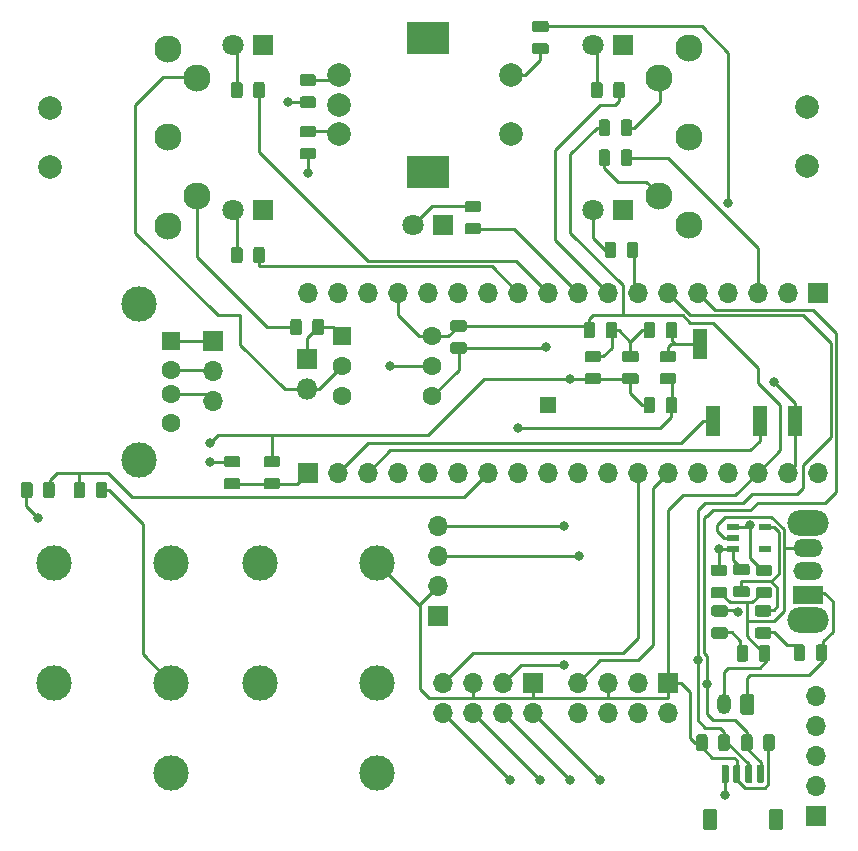
<source format=gbr>
G04 #@! TF.GenerationSoftware,KiCad,Pcbnew,(5.1.5)-3*
G04 #@! TF.CreationDate,2020-01-19T12:10:18+09:00*
G04 #@! TF.ProjectId,MOMI,4d4f4d49-2e6b-4696-9361-645f70636258,rev?*
G04 #@! TF.SameCoordinates,Original*
G04 #@! TF.FileFunction,Copper,L1,Top*
G04 #@! TF.FilePolarity,Positive*
%FSLAX46Y46*%
G04 Gerber Fmt 4.6, Leading zero omitted, Abs format (unit mm)*
G04 Created by KiCad (PCBNEW (5.1.5)-3) date 2020-01-19 12:10:18*
%MOMM*%
%LPD*%
G04 APERTURE LIST*
%ADD10R,1.350000X1.350000*%
%ADD11C,3.000000*%
%ADD12R,3.600000X2.800000*%
%ADD13C,2.000000*%
%ADD14R,1.050000X0.600000*%
%ADD15C,0.100000*%
%ADD16R,1.800000X1.800000*%
%ADD17C,1.800000*%
%ADD18R,1.700000X1.700000*%
%ADD19O,1.700000X1.700000*%
%ADD20R,1.600000X1.600000*%
%ADD21C,1.600000*%
%ADD22R,1.200000X2.500000*%
%ADD23O,1.200000X1.750000*%
%ADD24R,2.500000X1.500000*%
%ADD25O,2.500000X1.500000*%
%ADD26O,3.500000X2.200000*%
%ADD27C,2.300000*%
%ADD28O,1.800000X1.800000*%
%ADD29C,0.800000*%
%ADD30C,0.250000*%
G04 APERTURE END LIST*
D10*
X132080000Y-124460000D03*
D11*
X107694000Y-147955000D03*
X107694000Y-137795000D03*
X117604000Y-137795000D03*
X117604000Y-147955000D03*
X117604000Y-155575000D03*
X100205000Y-155575000D03*
X100205000Y-147955000D03*
X100205000Y-137795000D03*
X90295000Y-137795000D03*
X90295000Y-147955000D03*
D12*
X121920000Y-93345000D03*
X121920000Y-104745000D03*
D13*
X128920000Y-96545000D03*
X128920000Y-101545000D03*
X114420000Y-96545000D03*
X114420000Y-99045000D03*
X114420000Y-101545000D03*
D14*
X150448000Y-134749500D03*
X150448000Y-136649500D03*
X147748000Y-136649500D03*
X147748000Y-135699500D03*
X147748000Y-134749500D03*
G04 #@! TA.AperFunction,SMDPad,CuDef*
D15*
G36*
X109192142Y-128751174D02*
G01*
X109215803Y-128754684D01*
X109239007Y-128760496D01*
X109261529Y-128768554D01*
X109283153Y-128778782D01*
X109303670Y-128791079D01*
X109322883Y-128805329D01*
X109340607Y-128821393D01*
X109356671Y-128839117D01*
X109370921Y-128858330D01*
X109383218Y-128878847D01*
X109393446Y-128900471D01*
X109401504Y-128922993D01*
X109407316Y-128946197D01*
X109410826Y-128969858D01*
X109412000Y-128993750D01*
X109412000Y-129481250D01*
X109410826Y-129505142D01*
X109407316Y-129528803D01*
X109401504Y-129552007D01*
X109393446Y-129574529D01*
X109383218Y-129596153D01*
X109370921Y-129616670D01*
X109356671Y-129635883D01*
X109340607Y-129653607D01*
X109322883Y-129669671D01*
X109303670Y-129683921D01*
X109283153Y-129696218D01*
X109261529Y-129706446D01*
X109239007Y-129714504D01*
X109215803Y-129720316D01*
X109192142Y-129723826D01*
X109168250Y-129725000D01*
X108255750Y-129725000D01*
X108231858Y-129723826D01*
X108208197Y-129720316D01*
X108184993Y-129714504D01*
X108162471Y-129706446D01*
X108140847Y-129696218D01*
X108120330Y-129683921D01*
X108101117Y-129669671D01*
X108083393Y-129653607D01*
X108067329Y-129635883D01*
X108053079Y-129616670D01*
X108040782Y-129596153D01*
X108030554Y-129574529D01*
X108022496Y-129552007D01*
X108016684Y-129528803D01*
X108013174Y-129505142D01*
X108012000Y-129481250D01*
X108012000Y-128993750D01*
X108013174Y-128969858D01*
X108016684Y-128946197D01*
X108022496Y-128922993D01*
X108030554Y-128900471D01*
X108040782Y-128878847D01*
X108053079Y-128858330D01*
X108067329Y-128839117D01*
X108083393Y-128821393D01*
X108101117Y-128805329D01*
X108120330Y-128791079D01*
X108140847Y-128778782D01*
X108162471Y-128768554D01*
X108184993Y-128760496D01*
X108208197Y-128754684D01*
X108231858Y-128751174D01*
X108255750Y-128750000D01*
X109168250Y-128750000D01*
X109192142Y-128751174D01*
G37*
G04 #@! TD.AperFunction*
G04 #@! TA.AperFunction,SMDPad,CuDef*
G36*
X109192142Y-130626174D02*
G01*
X109215803Y-130629684D01*
X109239007Y-130635496D01*
X109261529Y-130643554D01*
X109283153Y-130653782D01*
X109303670Y-130666079D01*
X109322883Y-130680329D01*
X109340607Y-130696393D01*
X109356671Y-130714117D01*
X109370921Y-130733330D01*
X109383218Y-130753847D01*
X109393446Y-130775471D01*
X109401504Y-130797993D01*
X109407316Y-130821197D01*
X109410826Y-130844858D01*
X109412000Y-130868750D01*
X109412000Y-131356250D01*
X109410826Y-131380142D01*
X109407316Y-131403803D01*
X109401504Y-131427007D01*
X109393446Y-131449529D01*
X109383218Y-131471153D01*
X109370921Y-131491670D01*
X109356671Y-131510883D01*
X109340607Y-131528607D01*
X109322883Y-131544671D01*
X109303670Y-131558921D01*
X109283153Y-131571218D01*
X109261529Y-131581446D01*
X109239007Y-131589504D01*
X109215803Y-131595316D01*
X109192142Y-131598826D01*
X109168250Y-131600000D01*
X108255750Y-131600000D01*
X108231858Y-131598826D01*
X108208197Y-131595316D01*
X108184993Y-131589504D01*
X108162471Y-131581446D01*
X108140847Y-131571218D01*
X108120330Y-131558921D01*
X108101117Y-131544671D01*
X108083393Y-131528607D01*
X108067329Y-131510883D01*
X108053079Y-131491670D01*
X108040782Y-131471153D01*
X108030554Y-131449529D01*
X108022496Y-131427007D01*
X108016684Y-131403803D01*
X108013174Y-131380142D01*
X108012000Y-131356250D01*
X108012000Y-130868750D01*
X108013174Y-130844858D01*
X108016684Y-130821197D01*
X108022496Y-130797993D01*
X108030554Y-130775471D01*
X108040782Y-130753847D01*
X108053079Y-130733330D01*
X108067329Y-130714117D01*
X108083393Y-130696393D01*
X108101117Y-130680329D01*
X108120330Y-130666079D01*
X108140847Y-130653782D01*
X108162471Y-130643554D01*
X108184993Y-130635496D01*
X108208197Y-130629684D01*
X108231858Y-130626174D01*
X108255750Y-130625000D01*
X109168250Y-130625000D01*
X109192142Y-130626174D01*
G37*
G04 #@! TD.AperFunction*
G04 #@! TA.AperFunction,SMDPad,CuDef*
G36*
X139545142Y-119861174D02*
G01*
X139568803Y-119864684D01*
X139592007Y-119870496D01*
X139614529Y-119878554D01*
X139636153Y-119888782D01*
X139656670Y-119901079D01*
X139675883Y-119915329D01*
X139693607Y-119931393D01*
X139709671Y-119949117D01*
X139723921Y-119968330D01*
X139736218Y-119988847D01*
X139746446Y-120010471D01*
X139754504Y-120032993D01*
X139760316Y-120056197D01*
X139763826Y-120079858D01*
X139765000Y-120103750D01*
X139765000Y-120591250D01*
X139763826Y-120615142D01*
X139760316Y-120638803D01*
X139754504Y-120662007D01*
X139746446Y-120684529D01*
X139736218Y-120706153D01*
X139723921Y-120726670D01*
X139709671Y-120745883D01*
X139693607Y-120763607D01*
X139675883Y-120779671D01*
X139656670Y-120793921D01*
X139636153Y-120806218D01*
X139614529Y-120816446D01*
X139592007Y-120824504D01*
X139568803Y-120830316D01*
X139545142Y-120833826D01*
X139521250Y-120835000D01*
X138608750Y-120835000D01*
X138584858Y-120833826D01*
X138561197Y-120830316D01*
X138537993Y-120824504D01*
X138515471Y-120816446D01*
X138493847Y-120806218D01*
X138473330Y-120793921D01*
X138454117Y-120779671D01*
X138436393Y-120763607D01*
X138420329Y-120745883D01*
X138406079Y-120726670D01*
X138393782Y-120706153D01*
X138383554Y-120684529D01*
X138375496Y-120662007D01*
X138369684Y-120638803D01*
X138366174Y-120615142D01*
X138365000Y-120591250D01*
X138365000Y-120103750D01*
X138366174Y-120079858D01*
X138369684Y-120056197D01*
X138375496Y-120032993D01*
X138383554Y-120010471D01*
X138393782Y-119988847D01*
X138406079Y-119968330D01*
X138420329Y-119949117D01*
X138436393Y-119931393D01*
X138454117Y-119915329D01*
X138473330Y-119901079D01*
X138493847Y-119888782D01*
X138515471Y-119878554D01*
X138537993Y-119870496D01*
X138561197Y-119864684D01*
X138584858Y-119861174D01*
X138608750Y-119860000D01*
X139521250Y-119860000D01*
X139545142Y-119861174D01*
G37*
G04 #@! TD.AperFunction*
G04 #@! TA.AperFunction,SMDPad,CuDef*
G36*
X139545142Y-121736174D02*
G01*
X139568803Y-121739684D01*
X139592007Y-121745496D01*
X139614529Y-121753554D01*
X139636153Y-121763782D01*
X139656670Y-121776079D01*
X139675883Y-121790329D01*
X139693607Y-121806393D01*
X139709671Y-121824117D01*
X139723921Y-121843330D01*
X139736218Y-121863847D01*
X139746446Y-121885471D01*
X139754504Y-121907993D01*
X139760316Y-121931197D01*
X139763826Y-121954858D01*
X139765000Y-121978750D01*
X139765000Y-122466250D01*
X139763826Y-122490142D01*
X139760316Y-122513803D01*
X139754504Y-122537007D01*
X139746446Y-122559529D01*
X139736218Y-122581153D01*
X139723921Y-122601670D01*
X139709671Y-122620883D01*
X139693607Y-122638607D01*
X139675883Y-122654671D01*
X139656670Y-122668921D01*
X139636153Y-122681218D01*
X139614529Y-122691446D01*
X139592007Y-122699504D01*
X139568803Y-122705316D01*
X139545142Y-122708826D01*
X139521250Y-122710000D01*
X138608750Y-122710000D01*
X138584858Y-122708826D01*
X138561197Y-122705316D01*
X138537993Y-122699504D01*
X138515471Y-122691446D01*
X138493847Y-122681218D01*
X138473330Y-122668921D01*
X138454117Y-122654671D01*
X138436393Y-122638607D01*
X138420329Y-122620883D01*
X138406079Y-122601670D01*
X138393782Y-122581153D01*
X138383554Y-122559529D01*
X138375496Y-122537007D01*
X138369684Y-122513803D01*
X138366174Y-122490142D01*
X138365000Y-122466250D01*
X138365000Y-121978750D01*
X138366174Y-121954858D01*
X138369684Y-121931197D01*
X138375496Y-121907993D01*
X138383554Y-121885471D01*
X138393782Y-121863847D01*
X138406079Y-121843330D01*
X138420329Y-121824117D01*
X138436393Y-121806393D01*
X138454117Y-121790329D01*
X138473330Y-121776079D01*
X138493847Y-121763782D01*
X138515471Y-121753554D01*
X138537993Y-121745496D01*
X138561197Y-121739684D01*
X138584858Y-121736174D01*
X138608750Y-121735000D01*
X139521250Y-121735000D01*
X139545142Y-121736174D01*
G37*
G04 #@! TD.AperFunction*
G04 #@! TA.AperFunction,SMDPad,CuDef*
G36*
X142720142Y-121736174D02*
G01*
X142743803Y-121739684D01*
X142767007Y-121745496D01*
X142789529Y-121753554D01*
X142811153Y-121763782D01*
X142831670Y-121776079D01*
X142850883Y-121790329D01*
X142868607Y-121806393D01*
X142884671Y-121824117D01*
X142898921Y-121843330D01*
X142911218Y-121863847D01*
X142921446Y-121885471D01*
X142929504Y-121907993D01*
X142935316Y-121931197D01*
X142938826Y-121954858D01*
X142940000Y-121978750D01*
X142940000Y-122466250D01*
X142938826Y-122490142D01*
X142935316Y-122513803D01*
X142929504Y-122537007D01*
X142921446Y-122559529D01*
X142911218Y-122581153D01*
X142898921Y-122601670D01*
X142884671Y-122620883D01*
X142868607Y-122638607D01*
X142850883Y-122654671D01*
X142831670Y-122668921D01*
X142811153Y-122681218D01*
X142789529Y-122691446D01*
X142767007Y-122699504D01*
X142743803Y-122705316D01*
X142720142Y-122708826D01*
X142696250Y-122710000D01*
X141783750Y-122710000D01*
X141759858Y-122708826D01*
X141736197Y-122705316D01*
X141712993Y-122699504D01*
X141690471Y-122691446D01*
X141668847Y-122681218D01*
X141648330Y-122668921D01*
X141629117Y-122654671D01*
X141611393Y-122638607D01*
X141595329Y-122620883D01*
X141581079Y-122601670D01*
X141568782Y-122581153D01*
X141558554Y-122559529D01*
X141550496Y-122537007D01*
X141544684Y-122513803D01*
X141541174Y-122490142D01*
X141540000Y-122466250D01*
X141540000Y-121978750D01*
X141541174Y-121954858D01*
X141544684Y-121931197D01*
X141550496Y-121907993D01*
X141558554Y-121885471D01*
X141568782Y-121863847D01*
X141581079Y-121843330D01*
X141595329Y-121824117D01*
X141611393Y-121806393D01*
X141629117Y-121790329D01*
X141648330Y-121776079D01*
X141668847Y-121763782D01*
X141690471Y-121753554D01*
X141712993Y-121745496D01*
X141736197Y-121739684D01*
X141759858Y-121736174D01*
X141783750Y-121735000D01*
X142696250Y-121735000D01*
X142720142Y-121736174D01*
G37*
G04 #@! TD.AperFunction*
G04 #@! TA.AperFunction,SMDPad,CuDef*
G36*
X142720142Y-119861174D02*
G01*
X142743803Y-119864684D01*
X142767007Y-119870496D01*
X142789529Y-119878554D01*
X142811153Y-119888782D01*
X142831670Y-119901079D01*
X142850883Y-119915329D01*
X142868607Y-119931393D01*
X142884671Y-119949117D01*
X142898921Y-119968330D01*
X142911218Y-119988847D01*
X142921446Y-120010471D01*
X142929504Y-120032993D01*
X142935316Y-120056197D01*
X142938826Y-120079858D01*
X142940000Y-120103750D01*
X142940000Y-120591250D01*
X142938826Y-120615142D01*
X142935316Y-120638803D01*
X142929504Y-120662007D01*
X142921446Y-120684529D01*
X142911218Y-120706153D01*
X142898921Y-120726670D01*
X142884671Y-120745883D01*
X142868607Y-120763607D01*
X142850883Y-120779671D01*
X142831670Y-120793921D01*
X142811153Y-120806218D01*
X142789529Y-120816446D01*
X142767007Y-120824504D01*
X142743803Y-120830316D01*
X142720142Y-120833826D01*
X142696250Y-120835000D01*
X141783750Y-120835000D01*
X141759858Y-120833826D01*
X141736197Y-120830316D01*
X141712993Y-120824504D01*
X141690471Y-120816446D01*
X141668847Y-120806218D01*
X141648330Y-120793921D01*
X141629117Y-120779671D01*
X141611393Y-120763607D01*
X141595329Y-120745883D01*
X141581079Y-120726670D01*
X141568782Y-120706153D01*
X141558554Y-120684529D01*
X141550496Y-120662007D01*
X141544684Y-120638803D01*
X141541174Y-120615142D01*
X141540000Y-120591250D01*
X141540000Y-120103750D01*
X141541174Y-120079858D01*
X141544684Y-120056197D01*
X141550496Y-120032993D01*
X141558554Y-120010471D01*
X141568782Y-119988847D01*
X141581079Y-119968330D01*
X141595329Y-119949117D01*
X141611393Y-119931393D01*
X141629117Y-119915329D01*
X141648330Y-119901079D01*
X141668847Y-119888782D01*
X141690471Y-119878554D01*
X141712993Y-119870496D01*
X141736197Y-119864684D01*
X141759858Y-119861174D01*
X141783750Y-119860000D01*
X142696250Y-119860000D01*
X142720142Y-119861174D01*
G37*
G04 #@! TD.AperFunction*
G04 #@! TA.AperFunction,SMDPad,CuDef*
G36*
X90105142Y-130946174D02*
G01*
X90128803Y-130949684D01*
X90152007Y-130955496D01*
X90174529Y-130963554D01*
X90196153Y-130973782D01*
X90216670Y-130986079D01*
X90235883Y-131000329D01*
X90253607Y-131016393D01*
X90269671Y-131034117D01*
X90283921Y-131053330D01*
X90296218Y-131073847D01*
X90306446Y-131095471D01*
X90314504Y-131117993D01*
X90320316Y-131141197D01*
X90323826Y-131164858D01*
X90325000Y-131188750D01*
X90325000Y-132101250D01*
X90323826Y-132125142D01*
X90320316Y-132148803D01*
X90314504Y-132172007D01*
X90306446Y-132194529D01*
X90296218Y-132216153D01*
X90283921Y-132236670D01*
X90269671Y-132255883D01*
X90253607Y-132273607D01*
X90235883Y-132289671D01*
X90216670Y-132303921D01*
X90196153Y-132316218D01*
X90174529Y-132326446D01*
X90152007Y-132334504D01*
X90128803Y-132340316D01*
X90105142Y-132343826D01*
X90081250Y-132345000D01*
X89593750Y-132345000D01*
X89569858Y-132343826D01*
X89546197Y-132340316D01*
X89522993Y-132334504D01*
X89500471Y-132326446D01*
X89478847Y-132316218D01*
X89458330Y-132303921D01*
X89439117Y-132289671D01*
X89421393Y-132273607D01*
X89405329Y-132255883D01*
X89391079Y-132236670D01*
X89378782Y-132216153D01*
X89368554Y-132194529D01*
X89360496Y-132172007D01*
X89354684Y-132148803D01*
X89351174Y-132125142D01*
X89350000Y-132101250D01*
X89350000Y-131188750D01*
X89351174Y-131164858D01*
X89354684Y-131141197D01*
X89360496Y-131117993D01*
X89368554Y-131095471D01*
X89378782Y-131073847D01*
X89391079Y-131053330D01*
X89405329Y-131034117D01*
X89421393Y-131016393D01*
X89439117Y-131000329D01*
X89458330Y-130986079D01*
X89478847Y-130973782D01*
X89500471Y-130963554D01*
X89522993Y-130955496D01*
X89546197Y-130949684D01*
X89569858Y-130946174D01*
X89593750Y-130945000D01*
X90081250Y-130945000D01*
X90105142Y-130946174D01*
G37*
G04 #@! TD.AperFunction*
G04 #@! TA.AperFunction,SMDPad,CuDef*
G36*
X88230142Y-130946174D02*
G01*
X88253803Y-130949684D01*
X88277007Y-130955496D01*
X88299529Y-130963554D01*
X88321153Y-130973782D01*
X88341670Y-130986079D01*
X88360883Y-131000329D01*
X88378607Y-131016393D01*
X88394671Y-131034117D01*
X88408921Y-131053330D01*
X88421218Y-131073847D01*
X88431446Y-131095471D01*
X88439504Y-131117993D01*
X88445316Y-131141197D01*
X88448826Y-131164858D01*
X88450000Y-131188750D01*
X88450000Y-132101250D01*
X88448826Y-132125142D01*
X88445316Y-132148803D01*
X88439504Y-132172007D01*
X88431446Y-132194529D01*
X88421218Y-132216153D01*
X88408921Y-132236670D01*
X88394671Y-132255883D01*
X88378607Y-132273607D01*
X88360883Y-132289671D01*
X88341670Y-132303921D01*
X88321153Y-132316218D01*
X88299529Y-132326446D01*
X88277007Y-132334504D01*
X88253803Y-132340316D01*
X88230142Y-132343826D01*
X88206250Y-132345000D01*
X87718750Y-132345000D01*
X87694858Y-132343826D01*
X87671197Y-132340316D01*
X87647993Y-132334504D01*
X87625471Y-132326446D01*
X87603847Y-132316218D01*
X87583330Y-132303921D01*
X87564117Y-132289671D01*
X87546393Y-132273607D01*
X87530329Y-132255883D01*
X87516079Y-132236670D01*
X87503782Y-132216153D01*
X87493554Y-132194529D01*
X87485496Y-132172007D01*
X87479684Y-132148803D01*
X87476174Y-132125142D01*
X87475000Y-132101250D01*
X87475000Y-131188750D01*
X87476174Y-131164858D01*
X87479684Y-131141197D01*
X87485496Y-131117993D01*
X87493554Y-131095471D01*
X87503782Y-131073847D01*
X87516079Y-131053330D01*
X87530329Y-131034117D01*
X87546393Y-131016393D01*
X87564117Y-131000329D01*
X87583330Y-130986079D01*
X87603847Y-130973782D01*
X87625471Y-130963554D01*
X87647993Y-130955496D01*
X87671197Y-130949684D01*
X87694858Y-130946174D01*
X87718750Y-130945000D01*
X88206250Y-130945000D01*
X88230142Y-130946174D01*
G37*
G04 #@! TD.AperFunction*
G04 #@! TA.AperFunction,SMDPad,CuDef*
G36*
X147038142Y-137958674D02*
G01*
X147061803Y-137962184D01*
X147085007Y-137967996D01*
X147107529Y-137976054D01*
X147129153Y-137986282D01*
X147149670Y-137998579D01*
X147168883Y-138012829D01*
X147186607Y-138028893D01*
X147202671Y-138046617D01*
X147216921Y-138065830D01*
X147229218Y-138086347D01*
X147239446Y-138107971D01*
X147247504Y-138130493D01*
X147253316Y-138153697D01*
X147256826Y-138177358D01*
X147258000Y-138201250D01*
X147258000Y-138688750D01*
X147256826Y-138712642D01*
X147253316Y-138736303D01*
X147247504Y-138759507D01*
X147239446Y-138782029D01*
X147229218Y-138803653D01*
X147216921Y-138824170D01*
X147202671Y-138843383D01*
X147186607Y-138861107D01*
X147168883Y-138877171D01*
X147149670Y-138891421D01*
X147129153Y-138903718D01*
X147107529Y-138913946D01*
X147085007Y-138922004D01*
X147061803Y-138927816D01*
X147038142Y-138931326D01*
X147014250Y-138932500D01*
X146101750Y-138932500D01*
X146077858Y-138931326D01*
X146054197Y-138927816D01*
X146030993Y-138922004D01*
X146008471Y-138913946D01*
X145986847Y-138903718D01*
X145966330Y-138891421D01*
X145947117Y-138877171D01*
X145929393Y-138861107D01*
X145913329Y-138843383D01*
X145899079Y-138824170D01*
X145886782Y-138803653D01*
X145876554Y-138782029D01*
X145868496Y-138759507D01*
X145862684Y-138736303D01*
X145859174Y-138712642D01*
X145858000Y-138688750D01*
X145858000Y-138201250D01*
X145859174Y-138177358D01*
X145862684Y-138153697D01*
X145868496Y-138130493D01*
X145876554Y-138107971D01*
X145886782Y-138086347D01*
X145899079Y-138065830D01*
X145913329Y-138046617D01*
X145929393Y-138028893D01*
X145947117Y-138012829D01*
X145966330Y-137998579D01*
X145986847Y-137986282D01*
X146008471Y-137976054D01*
X146030993Y-137967996D01*
X146054197Y-137962184D01*
X146077858Y-137958674D01*
X146101750Y-137957500D01*
X147014250Y-137957500D01*
X147038142Y-137958674D01*
G37*
G04 #@! TD.AperFunction*
G04 #@! TA.AperFunction,SMDPad,CuDef*
G36*
X147038142Y-139833674D02*
G01*
X147061803Y-139837184D01*
X147085007Y-139842996D01*
X147107529Y-139851054D01*
X147129153Y-139861282D01*
X147149670Y-139873579D01*
X147168883Y-139887829D01*
X147186607Y-139903893D01*
X147202671Y-139921617D01*
X147216921Y-139940830D01*
X147229218Y-139961347D01*
X147239446Y-139982971D01*
X147247504Y-140005493D01*
X147253316Y-140028697D01*
X147256826Y-140052358D01*
X147258000Y-140076250D01*
X147258000Y-140563750D01*
X147256826Y-140587642D01*
X147253316Y-140611303D01*
X147247504Y-140634507D01*
X147239446Y-140657029D01*
X147229218Y-140678653D01*
X147216921Y-140699170D01*
X147202671Y-140718383D01*
X147186607Y-140736107D01*
X147168883Y-140752171D01*
X147149670Y-140766421D01*
X147129153Y-140778718D01*
X147107529Y-140788946D01*
X147085007Y-140797004D01*
X147061803Y-140802816D01*
X147038142Y-140806326D01*
X147014250Y-140807500D01*
X146101750Y-140807500D01*
X146077858Y-140806326D01*
X146054197Y-140802816D01*
X146030993Y-140797004D01*
X146008471Y-140788946D01*
X145986847Y-140778718D01*
X145966330Y-140766421D01*
X145947117Y-140752171D01*
X145929393Y-140736107D01*
X145913329Y-140718383D01*
X145899079Y-140699170D01*
X145886782Y-140678653D01*
X145876554Y-140657029D01*
X145868496Y-140634507D01*
X145862684Y-140611303D01*
X145859174Y-140587642D01*
X145858000Y-140563750D01*
X145858000Y-140076250D01*
X145859174Y-140052358D01*
X145862684Y-140028697D01*
X145868496Y-140005493D01*
X145876554Y-139982971D01*
X145886782Y-139961347D01*
X145899079Y-139940830D01*
X145913329Y-139921617D01*
X145929393Y-139903893D01*
X145947117Y-139887829D01*
X145966330Y-139873579D01*
X145986847Y-139861282D01*
X146008471Y-139851054D01*
X146030993Y-139842996D01*
X146054197Y-139837184D01*
X146077858Y-139833674D01*
X146101750Y-139832500D01*
X147014250Y-139832500D01*
X147038142Y-139833674D01*
G37*
G04 #@! TD.AperFunction*
G04 #@! TA.AperFunction,SMDPad,CuDef*
G36*
X150848142Y-139833674D02*
G01*
X150871803Y-139837184D01*
X150895007Y-139842996D01*
X150917529Y-139851054D01*
X150939153Y-139861282D01*
X150959670Y-139873579D01*
X150978883Y-139887829D01*
X150996607Y-139903893D01*
X151012671Y-139921617D01*
X151026921Y-139940830D01*
X151039218Y-139961347D01*
X151049446Y-139982971D01*
X151057504Y-140005493D01*
X151063316Y-140028697D01*
X151066826Y-140052358D01*
X151068000Y-140076250D01*
X151068000Y-140563750D01*
X151066826Y-140587642D01*
X151063316Y-140611303D01*
X151057504Y-140634507D01*
X151049446Y-140657029D01*
X151039218Y-140678653D01*
X151026921Y-140699170D01*
X151012671Y-140718383D01*
X150996607Y-140736107D01*
X150978883Y-140752171D01*
X150959670Y-140766421D01*
X150939153Y-140778718D01*
X150917529Y-140788946D01*
X150895007Y-140797004D01*
X150871803Y-140802816D01*
X150848142Y-140806326D01*
X150824250Y-140807500D01*
X149911750Y-140807500D01*
X149887858Y-140806326D01*
X149864197Y-140802816D01*
X149840993Y-140797004D01*
X149818471Y-140788946D01*
X149796847Y-140778718D01*
X149776330Y-140766421D01*
X149757117Y-140752171D01*
X149739393Y-140736107D01*
X149723329Y-140718383D01*
X149709079Y-140699170D01*
X149696782Y-140678653D01*
X149686554Y-140657029D01*
X149678496Y-140634507D01*
X149672684Y-140611303D01*
X149669174Y-140587642D01*
X149668000Y-140563750D01*
X149668000Y-140076250D01*
X149669174Y-140052358D01*
X149672684Y-140028697D01*
X149678496Y-140005493D01*
X149686554Y-139982971D01*
X149696782Y-139961347D01*
X149709079Y-139940830D01*
X149723329Y-139921617D01*
X149739393Y-139903893D01*
X149757117Y-139887829D01*
X149776330Y-139873579D01*
X149796847Y-139861282D01*
X149818471Y-139851054D01*
X149840993Y-139842996D01*
X149864197Y-139837184D01*
X149887858Y-139833674D01*
X149911750Y-139832500D01*
X150824250Y-139832500D01*
X150848142Y-139833674D01*
G37*
G04 #@! TD.AperFunction*
G04 #@! TA.AperFunction,SMDPad,CuDef*
G36*
X150848142Y-137958674D02*
G01*
X150871803Y-137962184D01*
X150895007Y-137967996D01*
X150917529Y-137976054D01*
X150939153Y-137986282D01*
X150959670Y-137998579D01*
X150978883Y-138012829D01*
X150996607Y-138028893D01*
X151012671Y-138046617D01*
X151026921Y-138065830D01*
X151039218Y-138086347D01*
X151049446Y-138107971D01*
X151057504Y-138130493D01*
X151063316Y-138153697D01*
X151066826Y-138177358D01*
X151068000Y-138201250D01*
X151068000Y-138688750D01*
X151066826Y-138712642D01*
X151063316Y-138736303D01*
X151057504Y-138759507D01*
X151049446Y-138782029D01*
X151039218Y-138803653D01*
X151026921Y-138824170D01*
X151012671Y-138843383D01*
X150996607Y-138861107D01*
X150978883Y-138877171D01*
X150959670Y-138891421D01*
X150939153Y-138903718D01*
X150917529Y-138913946D01*
X150895007Y-138922004D01*
X150871803Y-138927816D01*
X150848142Y-138931326D01*
X150824250Y-138932500D01*
X149911750Y-138932500D01*
X149887858Y-138931326D01*
X149864197Y-138927816D01*
X149840993Y-138922004D01*
X149818471Y-138913946D01*
X149796847Y-138903718D01*
X149776330Y-138891421D01*
X149757117Y-138877171D01*
X149739393Y-138861107D01*
X149723329Y-138843383D01*
X149709079Y-138824170D01*
X149696782Y-138803653D01*
X149686554Y-138782029D01*
X149678496Y-138759507D01*
X149672684Y-138736303D01*
X149669174Y-138712642D01*
X149668000Y-138688750D01*
X149668000Y-138201250D01*
X149669174Y-138177358D01*
X149672684Y-138153697D01*
X149678496Y-138130493D01*
X149686554Y-138107971D01*
X149696782Y-138086347D01*
X149709079Y-138065830D01*
X149723329Y-138046617D01*
X149739393Y-138028893D01*
X149757117Y-138012829D01*
X149776330Y-137998579D01*
X149796847Y-137986282D01*
X149818471Y-137976054D01*
X149840993Y-137967996D01*
X149864197Y-137962184D01*
X149887858Y-137958674D01*
X149911750Y-137957500D01*
X150824250Y-137957500D01*
X150848142Y-137958674D01*
G37*
G04 #@! TD.AperFunction*
D16*
X138430000Y-107950000D03*
D17*
X135890000Y-107950000D03*
X135890000Y-93980000D03*
D16*
X138430000Y-93980000D03*
X123190000Y-109220000D03*
D17*
X120650000Y-109220000D03*
X105410000Y-93980000D03*
D16*
X107950000Y-93980000D03*
X107950000Y-107950000D03*
D17*
X105410000Y-107950000D03*
G04 #@! TA.AperFunction,SMDPad,CuDef*
D15*
G36*
X148809142Y-144779674D02*
G01*
X148832803Y-144783184D01*
X148856007Y-144788996D01*
X148878529Y-144797054D01*
X148900153Y-144807282D01*
X148920670Y-144819579D01*
X148939883Y-144833829D01*
X148957607Y-144849893D01*
X148973671Y-144867617D01*
X148987921Y-144886830D01*
X149000218Y-144907347D01*
X149010446Y-144928971D01*
X149018504Y-144951493D01*
X149024316Y-144974697D01*
X149027826Y-144998358D01*
X149029000Y-145022250D01*
X149029000Y-145934750D01*
X149027826Y-145958642D01*
X149024316Y-145982303D01*
X149018504Y-146005507D01*
X149010446Y-146028029D01*
X149000218Y-146049653D01*
X148987921Y-146070170D01*
X148973671Y-146089383D01*
X148957607Y-146107107D01*
X148939883Y-146123171D01*
X148920670Y-146137421D01*
X148900153Y-146149718D01*
X148878529Y-146159946D01*
X148856007Y-146168004D01*
X148832803Y-146173816D01*
X148809142Y-146177326D01*
X148785250Y-146178500D01*
X148297750Y-146178500D01*
X148273858Y-146177326D01*
X148250197Y-146173816D01*
X148226993Y-146168004D01*
X148204471Y-146159946D01*
X148182847Y-146149718D01*
X148162330Y-146137421D01*
X148143117Y-146123171D01*
X148125393Y-146107107D01*
X148109329Y-146089383D01*
X148095079Y-146070170D01*
X148082782Y-146049653D01*
X148072554Y-146028029D01*
X148064496Y-146005507D01*
X148058684Y-145982303D01*
X148055174Y-145958642D01*
X148054000Y-145934750D01*
X148054000Y-145022250D01*
X148055174Y-144998358D01*
X148058684Y-144974697D01*
X148064496Y-144951493D01*
X148072554Y-144928971D01*
X148082782Y-144907347D01*
X148095079Y-144886830D01*
X148109329Y-144867617D01*
X148125393Y-144849893D01*
X148143117Y-144833829D01*
X148162330Y-144819579D01*
X148182847Y-144807282D01*
X148204471Y-144797054D01*
X148226993Y-144788996D01*
X148250197Y-144783184D01*
X148273858Y-144779674D01*
X148297750Y-144778500D01*
X148785250Y-144778500D01*
X148809142Y-144779674D01*
G37*
G04 #@! TD.AperFunction*
G04 #@! TA.AperFunction,SMDPad,CuDef*
G36*
X150684142Y-144779674D02*
G01*
X150707803Y-144783184D01*
X150731007Y-144788996D01*
X150753529Y-144797054D01*
X150775153Y-144807282D01*
X150795670Y-144819579D01*
X150814883Y-144833829D01*
X150832607Y-144849893D01*
X150848671Y-144867617D01*
X150862921Y-144886830D01*
X150875218Y-144907347D01*
X150885446Y-144928971D01*
X150893504Y-144951493D01*
X150899316Y-144974697D01*
X150902826Y-144998358D01*
X150904000Y-145022250D01*
X150904000Y-145934750D01*
X150902826Y-145958642D01*
X150899316Y-145982303D01*
X150893504Y-146005507D01*
X150885446Y-146028029D01*
X150875218Y-146049653D01*
X150862921Y-146070170D01*
X150848671Y-146089383D01*
X150832607Y-146107107D01*
X150814883Y-146123171D01*
X150795670Y-146137421D01*
X150775153Y-146149718D01*
X150753529Y-146159946D01*
X150731007Y-146168004D01*
X150707803Y-146173816D01*
X150684142Y-146177326D01*
X150660250Y-146178500D01*
X150172750Y-146178500D01*
X150148858Y-146177326D01*
X150125197Y-146173816D01*
X150101993Y-146168004D01*
X150079471Y-146159946D01*
X150057847Y-146149718D01*
X150037330Y-146137421D01*
X150018117Y-146123171D01*
X150000393Y-146107107D01*
X149984329Y-146089383D01*
X149970079Y-146070170D01*
X149957782Y-146049653D01*
X149947554Y-146028029D01*
X149939496Y-146005507D01*
X149933684Y-145982303D01*
X149930174Y-145958642D01*
X149929000Y-145934750D01*
X149929000Y-145022250D01*
X149930174Y-144998358D01*
X149933684Y-144974697D01*
X149939496Y-144951493D01*
X149947554Y-144928971D01*
X149957782Y-144907347D01*
X149970079Y-144886830D01*
X149984329Y-144867617D01*
X150000393Y-144849893D01*
X150018117Y-144833829D01*
X150037330Y-144819579D01*
X150057847Y-144807282D01*
X150079471Y-144797054D01*
X150101993Y-144788996D01*
X150125197Y-144783184D01*
X150148858Y-144779674D01*
X150172750Y-144778500D01*
X150660250Y-144778500D01*
X150684142Y-144779674D01*
G37*
G04 #@! TD.AperFunction*
G04 #@! TA.AperFunction,SMDPad,CuDef*
G36*
X155510142Y-144716174D02*
G01*
X155533803Y-144719684D01*
X155557007Y-144725496D01*
X155579529Y-144733554D01*
X155601153Y-144743782D01*
X155621670Y-144756079D01*
X155640883Y-144770329D01*
X155658607Y-144786393D01*
X155674671Y-144804117D01*
X155688921Y-144823330D01*
X155701218Y-144843847D01*
X155711446Y-144865471D01*
X155719504Y-144887993D01*
X155725316Y-144911197D01*
X155728826Y-144934858D01*
X155730000Y-144958750D01*
X155730000Y-145871250D01*
X155728826Y-145895142D01*
X155725316Y-145918803D01*
X155719504Y-145942007D01*
X155711446Y-145964529D01*
X155701218Y-145986153D01*
X155688921Y-146006670D01*
X155674671Y-146025883D01*
X155658607Y-146043607D01*
X155640883Y-146059671D01*
X155621670Y-146073921D01*
X155601153Y-146086218D01*
X155579529Y-146096446D01*
X155557007Y-146104504D01*
X155533803Y-146110316D01*
X155510142Y-146113826D01*
X155486250Y-146115000D01*
X154998750Y-146115000D01*
X154974858Y-146113826D01*
X154951197Y-146110316D01*
X154927993Y-146104504D01*
X154905471Y-146096446D01*
X154883847Y-146086218D01*
X154863330Y-146073921D01*
X154844117Y-146059671D01*
X154826393Y-146043607D01*
X154810329Y-146025883D01*
X154796079Y-146006670D01*
X154783782Y-145986153D01*
X154773554Y-145964529D01*
X154765496Y-145942007D01*
X154759684Y-145918803D01*
X154756174Y-145895142D01*
X154755000Y-145871250D01*
X154755000Y-144958750D01*
X154756174Y-144934858D01*
X154759684Y-144911197D01*
X154765496Y-144887993D01*
X154773554Y-144865471D01*
X154783782Y-144843847D01*
X154796079Y-144823330D01*
X154810329Y-144804117D01*
X154826393Y-144786393D01*
X154844117Y-144770329D01*
X154863330Y-144756079D01*
X154883847Y-144743782D01*
X154905471Y-144733554D01*
X154927993Y-144725496D01*
X154951197Y-144719684D01*
X154974858Y-144716174D01*
X154998750Y-144715000D01*
X155486250Y-144715000D01*
X155510142Y-144716174D01*
G37*
G04 #@! TD.AperFunction*
G04 #@! TA.AperFunction,SMDPad,CuDef*
G36*
X153635142Y-144716174D02*
G01*
X153658803Y-144719684D01*
X153682007Y-144725496D01*
X153704529Y-144733554D01*
X153726153Y-144743782D01*
X153746670Y-144756079D01*
X153765883Y-144770329D01*
X153783607Y-144786393D01*
X153799671Y-144804117D01*
X153813921Y-144823330D01*
X153826218Y-144843847D01*
X153836446Y-144865471D01*
X153844504Y-144887993D01*
X153850316Y-144911197D01*
X153853826Y-144934858D01*
X153855000Y-144958750D01*
X153855000Y-145871250D01*
X153853826Y-145895142D01*
X153850316Y-145918803D01*
X153844504Y-145942007D01*
X153836446Y-145964529D01*
X153826218Y-145986153D01*
X153813921Y-146006670D01*
X153799671Y-146025883D01*
X153783607Y-146043607D01*
X153765883Y-146059671D01*
X153746670Y-146073921D01*
X153726153Y-146086218D01*
X153704529Y-146096446D01*
X153682007Y-146104504D01*
X153658803Y-146110316D01*
X153635142Y-146113826D01*
X153611250Y-146115000D01*
X153123750Y-146115000D01*
X153099858Y-146113826D01*
X153076197Y-146110316D01*
X153052993Y-146104504D01*
X153030471Y-146096446D01*
X153008847Y-146086218D01*
X152988330Y-146073921D01*
X152969117Y-146059671D01*
X152951393Y-146043607D01*
X152935329Y-146025883D01*
X152921079Y-146006670D01*
X152908782Y-145986153D01*
X152898554Y-145964529D01*
X152890496Y-145942007D01*
X152884684Y-145918803D01*
X152881174Y-145895142D01*
X152880000Y-145871250D01*
X152880000Y-144958750D01*
X152881174Y-144934858D01*
X152884684Y-144911197D01*
X152890496Y-144887993D01*
X152898554Y-144865471D01*
X152908782Y-144843847D01*
X152921079Y-144823330D01*
X152935329Y-144804117D01*
X152951393Y-144786393D01*
X152969117Y-144770329D01*
X152988330Y-144756079D01*
X153008847Y-144743782D01*
X153030471Y-144733554D01*
X153052993Y-144725496D01*
X153076197Y-144719684D01*
X153099858Y-144716174D01*
X153123750Y-144715000D01*
X153611250Y-144715000D01*
X153635142Y-144716174D01*
G37*
G04 #@! TD.AperFunction*
D18*
X130810000Y-147955000D03*
D19*
X130810000Y-150495000D03*
X128270000Y-147955000D03*
X128270000Y-150495000D03*
X125730000Y-147955000D03*
X125730000Y-150495000D03*
X123190000Y-147955000D03*
X123190000Y-150495000D03*
X134620000Y-150495000D03*
X134620000Y-147955000D03*
X137160000Y-150495000D03*
X137160000Y-147955000D03*
X139700000Y-150495000D03*
X139700000Y-147955000D03*
X142240000Y-150495000D03*
D18*
X142240000Y-147955000D03*
D11*
X97429500Y-129069000D03*
X97429500Y-115929000D03*
D20*
X100139500Y-118999000D03*
D21*
X100139500Y-121499000D03*
X100139500Y-123499000D03*
X100139500Y-125999000D03*
D18*
X154940000Y-114935000D03*
D19*
X152400000Y-114935000D03*
X149860000Y-114935000D03*
X147320000Y-114935000D03*
X144780000Y-114935000D03*
X142240000Y-114935000D03*
X139700000Y-114935000D03*
X137160000Y-114935000D03*
X134620000Y-114935000D03*
X132080000Y-114935000D03*
X129540000Y-114935000D03*
X127000000Y-114935000D03*
X124460000Y-114935000D03*
X121920000Y-114935000D03*
X119380000Y-114935000D03*
X116840000Y-114935000D03*
X114300000Y-114935000D03*
X111760000Y-114935000D03*
X154940000Y-130175000D03*
X152400000Y-130175000D03*
X149860000Y-130175000D03*
X147320000Y-130175000D03*
X144780000Y-130175000D03*
X142240000Y-130175000D03*
X139700000Y-130175000D03*
X137160000Y-130175000D03*
X134620000Y-130175000D03*
X132080000Y-130175000D03*
X129540000Y-130175000D03*
X127000000Y-130175000D03*
X124460000Y-130175000D03*
X121920000Y-130175000D03*
X119380000Y-130175000D03*
X116840000Y-130175000D03*
X114300000Y-130175000D03*
D18*
X111760000Y-130175000D03*
X154813000Y-159258000D03*
D19*
X154813000Y-156718000D03*
X154813000Y-154178000D03*
X154813000Y-151638000D03*
X154813000Y-149098000D03*
D22*
X144935000Y-119305000D03*
X146035000Y-125805000D03*
X150035000Y-125805000D03*
X153035000Y-125805000D03*
D18*
X122809000Y-142303500D03*
D19*
X122809000Y-139763500D03*
X122809000Y-137223500D03*
X122809000Y-134683500D03*
G04 #@! TA.AperFunction,SMDPad,CuDef*
D15*
G36*
X125003642Y-119132674D02*
G01*
X125027303Y-119136184D01*
X125050507Y-119141996D01*
X125073029Y-119150054D01*
X125094653Y-119160282D01*
X125115170Y-119172579D01*
X125134383Y-119186829D01*
X125152107Y-119202893D01*
X125168171Y-119220617D01*
X125182421Y-119239830D01*
X125194718Y-119260347D01*
X125204946Y-119281971D01*
X125213004Y-119304493D01*
X125218816Y-119327697D01*
X125222326Y-119351358D01*
X125223500Y-119375250D01*
X125223500Y-119862750D01*
X125222326Y-119886642D01*
X125218816Y-119910303D01*
X125213004Y-119933507D01*
X125204946Y-119956029D01*
X125194718Y-119977653D01*
X125182421Y-119998170D01*
X125168171Y-120017383D01*
X125152107Y-120035107D01*
X125134383Y-120051171D01*
X125115170Y-120065421D01*
X125094653Y-120077718D01*
X125073029Y-120087946D01*
X125050507Y-120096004D01*
X125027303Y-120101816D01*
X125003642Y-120105326D01*
X124979750Y-120106500D01*
X124067250Y-120106500D01*
X124043358Y-120105326D01*
X124019697Y-120101816D01*
X123996493Y-120096004D01*
X123973971Y-120087946D01*
X123952347Y-120077718D01*
X123931830Y-120065421D01*
X123912617Y-120051171D01*
X123894893Y-120035107D01*
X123878829Y-120017383D01*
X123864579Y-119998170D01*
X123852282Y-119977653D01*
X123842054Y-119956029D01*
X123833996Y-119933507D01*
X123828184Y-119910303D01*
X123824674Y-119886642D01*
X123823500Y-119862750D01*
X123823500Y-119375250D01*
X123824674Y-119351358D01*
X123828184Y-119327697D01*
X123833996Y-119304493D01*
X123842054Y-119281971D01*
X123852282Y-119260347D01*
X123864579Y-119239830D01*
X123878829Y-119220617D01*
X123894893Y-119202893D01*
X123912617Y-119186829D01*
X123931830Y-119172579D01*
X123952347Y-119160282D01*
X123973971Y-119150054D01*
X123996493Y-119141996D01*
X124019697Y-119136184D01*
X124043358Y-119132674D01*
X124067250Y-119131500D01*
X124979750Y-119131500D01*
X125003642Y-119132674D01*
G37*
G04 #@! TD.AperFunction*
G04 #@! TA.AperFunction,SMDPad,CuDef*
G36*
X125003642Y-117257674D02*
G01*
X125027303Y-117261184D01*
X125050507Y-117266996D01*
X125073029Y-117275054D01*
X125094653Y-117285282D01*
X125115170Y-117297579D01*
X125134383Y-117311829D01*
X125152107Y-117327893D01*
X125168171Y-117345617D01*
X125182421Y-117364830D01*
X125194718Y-117385347D01*
X125204946Y-117406971D01*
X125213004Y-117429493D01*
X125218816Y-117452697D01*
X125222326Y-117476358D01*
X125223500Y-117500250D01*
X125223500Y-117987750D01*
X125222326Y-118011642D01*
X125218816Y-118035303D01*
X125213004Y-118058507D01*
X125204946Y-118081029D01*
X125194718Y-118102653D01*
X125182421Y-118123170D01*
X125168171Y-118142383D01*
X125152107Y-118160107D01*
X125134383Y-118176171D01*
X125115170Y-118190421D01*
X125094653Y-118202718D01*
X125073029Y-118212946D01*
X125050507Y-118221004D01*
X125027303Y-118226816D01*
X125003642Y-118230326D01*
X124979750Y-118231500D01*
X124067250Y-118231500D01*
X124043358Y-118230326D01*
X124019697Y-118226816D01*
X123996493Y-118221004D01*
X123973971Y-118212946D01*
X123952347Y-118202718D01*
X123931830Y-118190421D01*
X123912617Y-118176171D01*
X123894893Y-118160107D01*
X123878829Y-118142383D01*
X123864579Y-118123170D01*
X123852282Y-118102653D01*
X123842054Y-118081029D01*
X123833996Y-118058507D01*
X123828184Y-118035303D01*
X123824674Y-118011642D01*
X123823500Y-117987750D01*
X123823500Y-117500250D01*
X123824674Y-117476358D01*
X123828184Y-117452697D01*
X123833996Y-117429493D01*
X123842054Y-117406971D01*
X123852282Y-117385347D01*
X123864579Y-117364830D01*
X123878829Y-117345617D01*
X123894893Y-117327893D01*
X123912617Y-117311829D01*
X123931830Y-117297579D01*
X123952347Y-117285282D01*
X123973971Y-117275054D01*
X123996493Y-117266996D01*
X124019697Y-117261184D01*
X124043358Y-117257674D01*
X124067250Y-117256500D01*
X124979750Y-117256500D01*
X125003642Y-117257674D01*
G37*
G04 #@! TD.AperFunction*
G04 #@! TA.AperFunction,SMDPad,CuDef*
G36*
X111026642Y-117157174D02*
G01*
X111050303Y-117160684D01*
X111073507Y-117166496D01*
X111096029Y-117174554D01*
X111117653Y-117184782D01*
X111138170Y-117197079D01*
X111157383Y-117211329D01*
X111175107Y-117227393D01*
X111191171Y-117245117D01*
X111205421Y-117264330D01*
X111217718Y-117284847D01*
X111227946Y-117306471D01*
X111236004Y-117328993D01*
X111241816Y-117352197D01*
X111245326Y-117375858D01*
X111246500Y-117399750D01*
X111246500Y-118312250D01*
X111245326Y-118336142D01*
X111241816Y-118359803D01*
X111236004Y-118383007D01*
X111227946Y-118405529D01*
X111217718Y-118427153D01*
X111205421Y-118447670D01*
X111191171Y-118466883D01*
X111175107Y-118484607D01*
X111157383Y-118500671D01*
X111138170Y-118514921D01*
X111117653Y-118527218D01*
X111096029Y-118537446D01*
X111073507Y-118545504D01*
X111050303Y-118551316D01*
X111026642Y-118554826D01*
X111002750Y-118556000D01*
X110515250Y-118556000D01*
X110491358Y-118554826D01*
X110467697Y-118551316D01*
X110444493Y-118545504D01*
X110421971Y-118537446D01*
X110400347Y-118527218D01*
X110379830Y-118514921D01*
X110360617Y-118500671D01*
X110342893Y-118484607D01*
X110326829Y-118466883D01*
X110312579Y-118447670D01*
X110300282Y-118427153D01*
X110290054Y-118405529D01*
X110281996Y-118383007D01*
X110276184Y-118359803D01*
X110272674Y-118336142D01*
X110271500Y-118312250D01*
X110271500Y-117399750D01*
X110272674Y-117375858D01*
X110276184Y-117352197D01*
X110281996Y-117328993D01*
X110290054Y-117306471D01*
X110300282Y-117284847D01*
X110312579Y-117264330D01*
X110326829Y-117245117D01*
X110342893Y-117227393D01*
X110360617Y-117211329D01*
X110379830Y-117197079D01*
X110400347Y-117184782D01*
X110421971Y-117174554D01*
X110444493Y-117166496D01*
X110467697Y-117160684D01*
X110491358Y-117157174D01*
X110515250Y-117156000D01*
X111002750Y-117156000D01*
X111026642Y-117157174D01*
G37*
G04 #@! TD.AperFunction*
G04 #@! TA.AperFunction,SMDPad,CuDef*
G36*
X112901642Y-117157174D02*
G01*
X112925303Y-117160684D01*
X112948507Y-117166496D01*
X112971029Y-117174554D01*
X112992653Y-117184782D01*
X113013170Y-117197079D01*
X113032383Y-117211329D01*
X113050107Y-117227393D01*
X113066171Y-117245117D01*
X113080421Y-117264330D01*
X113092718Y-117284847D01*
X113102946Y-117306471D01*
X113111004Y-117328993D01*
X113116816Y-117352197D01*
X113120326Y-117375858D01*
X113121500Y-117399750D01*
X113121500Y-118312250D01*
X113120326Y-118336142D01*
X113116816Y-118359803D01*
X113111004Y-118383007D01*
X113102946Y-118405529D01*
X113092718Y-118427153D01*
X113080421Y-118447670D01*
X113066171Y-118466883D01*
X113050107Y-118484607D01*
X113032383Y-118500671D01*
X113013170Y-118514921D01*
X112992653Y-118527218D01*
X112971029Y-118537446D01*
X112948507Y-118545504D01*
X112925303Y-118551316D01*
X112901642Y-118554826D01*
X112877750Y-118556000D01*
X112390250Y-118556000D01*
X112366358Y-118554826D01*
X112342697Y-118551316D01*
X112319493Y-118545504D01*
X112296971Y-118537446D01*
X112275347Y-118527218D01*
X112254830Y-118514921D01*
X112235617Y-118500671D01*
X112217893Y-118484607D01*
X112201829Y-118466883D01*
X112187579Y-118447670D01*
X112175282Y-118427153D01*
X112165054Y-118405529D01*
X112156996Y-118383007D01*
X112151184Y-118359803D01*
X112147674Y-118336142D01*
X112146500Y-118312250D01*
X112146500Y-117399750D01*
X112147674Y-117375858D01*
X112151184Y-117352197D01*
X112156996Y-117328993D01*
X112165054Y-117306471D01*
X112175282Y-117284847D01*
X112187579Y-117264330D01*
X112201829Y-117245117D01*
X112217893Y-117227393D01*
X112235617Y-117211329D01*
X112254830Y-117197079D01*
X112275347Y-117184782D01*
X112296971Y-117174554D01*
X112319493Y-117166496D01*
X112342697Y-117160684D01*
X112366358Y-117157174D01*
X112390250Y-117156000D01*
X112877750Y-117156000D01*
X112901642Y-117157174D01*
G37*
G04 #@! TD.AperFunction*
G04 #@! TA.AperFunction,SMDPad,CuDef*
G36*
X139000142Y-100266174D02*
G01*
X139023803Y-100269684D01*
X139047007Y-100275496D01*
X139069529Y-100283554D01*
X139091153Y-100293782D01*
X139111670Y-100306079D01*
X139130883Y-100320329D01*
X139148607Y-100336393D01*
X139164671Y-100354117D01*
X139178921Y-100373330D01*
X139191218Y-100393847D01*
X139201446Y-100415471D01*
X139209504Y-100437993D01*
X139215316Y-100461197D01*
X139218826Y-100484858D01*
X139220000Y-100508750D01*
X139220000Y-101421250D01*
X139218826Y-101445142D01*
X139215316Y-101468803D01*
X139209504Y-101492007D01*
X139201446Y-101514529D01*
X139191218Y-101536153D01*
X139178921Y-101556670D01*
X139164671Y-101575883D01*
X139148607Y-101593607D01*
X139130883Y-101609671D01*
X139111670Y-101623921D01*
X139091153Y-101636218D01*
X139069529Y-101646446D01*
X139047007Y-101654504D01*
X139023803Y-101660316D01*
X139000142Y-101663826D01*
X138976250Y-101665000D01*
X138488750Y-101665000D01*
X138464858Y-101663826D01*
X138441197Y-101660316D01*
X138417993Y-101654504D01*
X138395471Y-101646446D01*
X138373847Y-101636218D01*
X138353330Y-101623921D01*
X138334117Y-101609671D01*
X138316393Y-101593607D01*
X138300329Y-101575883D01*
X138286079Y-101556670D01*
X138273782Y-101536153D01*
X138263554Y-101514529D01*
X138255496Y-101492007D01*
X138249684Y-101468803D01*
X138246174Y-101445142D01*
X138245000Y-101421250D01*
X138245000Y-100508750D01*
X138246174Y-100484858D01*
X138249684Y-100461197D01*
X138255496Y-100437993D01*
X138263554Y-100415471D01*
X138273782Y-100393847D01*
X138286079Y-100373330D01*
X138300329Y-100354117D01*
X138316393Y-100336393D01*
X138334117Y-100320329D01*
X138353330Y-100306079D01*
X138373847Y-100293782D01*
X138395471Y-100283554D01*
X138417993Y-100275496D01*
X138441197Y-100269684D01*
X138464858Y-100266174D01*
X138488750Y-100265000D01*
X138976250Y-100265000D01*
X139000142Y-100266174D01*
G37*
G04 #@! TD.AperFunction*
G04 #@! TA.AperFunction,SMDPad,CuDef*
G36*
X137125142Y-100266174D02*
G01*
X137148803Y-100269684D01*
X137172007Y-100275496D01*
X137194529Y-100283554D01*
X137216153Y-100293782D01*
X137236670Y-100306079D01*
X137255883Y-100320329D01*
X137273607Y-100336393D01*
X137289671Y-100354117D01*
X137303921Y-100373330D01*
X137316218Y-100393847D01*
X137326446Y-100415471D01*
X137334504Y-100437993D01*
X137340316Y-100461197D01*
X137343826Y-100484858D01*
X137345000Y-100508750D01*
X137345000Y-101421250D01*
X137343826Y-101445142D01*
X137340316Y-101468803D01*
X137334504Y-101492007D01*
X137326446Y-101514529D01*
X137316218Y-101536153D01*
X137303921Y-101556670D01*
X137289671Y-101575883D01*
X137273607Y-101593607D01*
X137255883Y-101609671D01*
X137236670Y-101623921D01*
X137216153Y-101636218D01*
X137194529Y-101646446D01*
X137172007Y-101654504D01*
X137148803Y-101660316D01*
X137125142Y-101663826D01*
X137101250Y-101665000D01*
X136613750Y-101665000D01*
X136589858Y-101663826D01*
X136566197Y-101660316D01*
X136542993Y-101654504D01*
X136520471Y-101646446D01*
X136498847Y-101636218D01*
X136478330Y-101623921D01*
X136459117Y-101609671D01*
X136441393Y-101593607D01*
X136425329Y-101575883D01*
X136411079Y-101556670D01*
X136398782Y-101536153D01*
X136388554Y-101514529D01*
X136380496Y-101492007D01*
X136374684Y-101468803D01*
X136371174Y-101445142D01*
X136370000Y-101421250D01*
X136370000Y-100508750D01*
X136371174Y-100484858D01*
X136374684Y-100461197D01*
X136380496Y-100437993D01*
X136388554Y-100415471D01*
X136398782Y-100393847D01*
X136411079Y-100373330D01*
X136425329Y-100354117D01*
X136441393Y-100336393D01*
X136459117Y-100320329D01*
X136478330Y-100306079D01*
X136498847Y-100293782D01*
X136520471Y-100283554D01*
X136542993Y-100275496D01*
X136566197Y-100269684D01*
X136589858Y-100266174D01*
X136613750Y-100265000D01*
X137101250Y-100265000D01*
X137125142Y-100266174D01*
G37*
G04 #@! TD.AperFunction*
G04 #@! TA.AperFunction,SMDPad,CuDef*
G36*
X139000142Y-102806174D02*
G01*
X139023803Y-102809684D01*
X139047007Y-102815496D01*
X139069529Y-102823554D01*
X139091153Y-102833782D01*
X139111670Y-102846079D01*
X139130883Y-102860329D01*
X139148607Y-102876393D01*
X139164671Y-102894117D01*
X139178921Y-102913330D01*
X139191218Y-102933847D01*
X139201446Y-102955471D01*
X139209504Y-102977993D01*
X139215316Y-103001197D01*
X139218826Y-103024858D01*
X139220000Y-103048750D01*
X139220000Y-103961250D01*
X139218826Y-103985142D01*
X139215316Y-104008803D01*
X139209504Y-104032007D01*
X139201446Y-104054529D01*
X139191218Y-104076153D01*
X139178921Y-104096670D01*
X139164671Y-104115883D01*
X139148607Y-104133607D01*
X139130883Y-104149671D01*
X139111670Y-104163921D01*
X139091153Y-104176218D01*
X139069529Y-104186446D01*
X139047007Y-104194504D01*
X139023803Y-104200316D01*
X139000142Y-104203826D01*
X138976250Y-104205000D01*
X138488750Y-104205000D01*
X138464858Y-104203826D01*
X138441197Y-104200316D01*
X138417993Y-104194504D01*
X138395471Y-104186446D01*
X138373847Y-104176218D01*
X138353330Y-104163921D01*
X138334117Y-104149671D01*
X138316393Y-104133607D01*
X138300329Y-104115883D01*
X138286079Y-104096670D01*
X138273782Y-104076153D01*
X138263554Y-104054529D01*
X138255496Y-104032007D01*
X138249684Y-104008803D01*
X138246174Y-103985142D01*
X138245000Y-103961250D01*
X138245000Y-103048750D01*
X138246174Y-103024858D01*
X138249684Y-103001197D01*
X138255496Y-102977993D01*
X138263554Y-102955471D01*
X138273782Y-102933847D01*
X138286079Y-102913330D01*
X138300329Y-102894117D01*
X138316393Y-102876393D01*
X138334117Y-102860329D01*
X138353330Y-102846079D01*
X138373847Y-102833782D01*
X138395471Y-102823554D01*
X138417993Y-102815496D01*
X138441197Y-102809684D01*
X138464858Y-102806174D01*
X138488750Y-102805000D01*
X138976250Y-102805000D01*
X139000142Y-102806174D01*
G37*
G04 #@! TD.AperFunction*
G04 #@! TA.AperFunction,SMDPad,CuDef*
G36*
X137125142Y-102806174D02*
G01*
X137148803Y-102809684D01*
X137172007Y-102815496D01*
X137194529Y-102823554D01*
X137216153Y-102833782D01*
X137236670Y-102846079D01*
X137255883Y-102860329D01*
X137273607Y-102876393D01*
X137289671Y-102894117D01*
X137303921Y-102913330D01*
X137316218Y-102933847D01*
X137326446Y-102955471D01*
X137334504Y-102977993D01*
X137340316Y-103001197D01*
X137343826Y-103024858D01*
X137345000Y-103048750D01*
X137345000Y-103961250D01*
X137343826Y-103985142D01*
X137340316Y-104008803D01*
X137334504Y-104032007D01*
X137326446Y-104054529D01*
X137316218Y-104076153D01*
X137303921Y-104096670D01*
X137289671Y-104115883D01*
X137273607Y-104133607D01*
X137255883Y-104149671D01*
X137236670Y-104163921D01*
X137216153Y-104176218D01*
X137194529Y-104186446D01*
X137172007Y-104194504D01*
X137148803Y-104200316D01*
X137125142Y-104203826D01*
X137101250Y-104205000D01*
X136613750Y-104205000D01*
X136589858Y-104203826D01*
X136566197Y-104200316D01*
X136542993Y-104194504D01*
X136520471Y-104186446D01*
X136498847Y-104176218D01*
X136478330Y-104163921D01*
X136459117Y-104149671D01*
X136441393Y-104133607D01*
X136425329Y-104115883D01*
X136411079Y-104096670D01*
X136398782Y-104076153D01*
X136388554Y-104054529D01*
X136380496Y-104032007D01*
X136374684Y-104008803D01*
X136371174Y-103985142D01*
X136370000Y-103961250D01*
X136370000Y-103048750D01*
X136371174Y-103024858D01*
X136374684Y-103001197D01*
X136380496Y-102977993D01*
X136388554Y-102955471D01*
X136398782Y-102933847D01*
X136411079Y-102913330D01*
X136425329Y-102894117D01*
X136441393Y-102876393D01*
X136459117Y-102860329D01*
X136478330Y-102846079D01*
X136498847Y-102833782D01*
X136520471Y-102823554D01*
X136542993Y-102815496D01*
X136566197Y-102809684D01*
X136589858Y-102806174D01*
X136613750Y-102805000D01*
X137101250Y-102805000D01*
X137125142Y-102806174D01*
G37*
G04 #@! TD.AperFunction*
G04 #@! TA.AperFunction,SMDPad,CuDef*
G36*
X139508142Y-110616674D02*
G01*
X139531803Y-110620184D01*
X139555007Y-110625996D01*
X139577529Y-110634054D01*
X139599153Y-110644282D01*
X139619670Y-110656579D01*
X139638883Y-110670829D01*
X139656607Y-110686893D01*
X139672671Y-110704617D01*
X139686921Y-110723830D01*
X139699218Y-110744347D01*
X139709446Y-110765971D01*
X139717504Y-110788493D01*
X139723316Y-110811697D01*
X139726826Y-110835358D01*
X139728000Y-110859250D01*
X139728000Y-111771750D01*
X139726826Y-111795642D01*
X139723316Y-111819303D01*
X139717504Y-111842507D01*
X139709446Y-111865029D01*
X139699218Y-111886653D01*
X139686921Y-111907170D01*
X139672671Y-111926383D01*
X139656607Y-111944107D01*
X139638883Y-111960171D01*
X139619670Y-111974421D01*
X139599153Y-111986718D01*
X139577529Y-111996946D01*
X139555007Y-112005004D01*
X139531803Y-112010816D01*
X139508142Y-112014326D01*
X139484250Y-112015500D01*
X138996750Y-112015500D01*
X138972858Y-112014326D01*
X138949197Y-112010816D01*
X138925993Y-112005004D01*
X138903471Y-111996946D01*
X138881847Y-111986718D01*
X138861330Y-111974421D01*
X138842117Y-111960171D01*
X138824393Y-111944107D01*
X138808329Y-111926383D01*
X138794079Y-111907170D01*
X138781782Y-111886653D01*
X138771554Y-111865029D01*
X138763496Y-111842507D01*
X138757684Y-111819303D01*
X138754174Y-111795642D01*
X138753000Y-111771750D01*
X138753000Y-110859250D01*
X138754174Y-110835358D01*
X138757684Y-110811697D01*
X138763496Y-110788493D01*
X138771554Y-110765971D01*
X138781782Y-110744347D01*
X138794079Y-110723830D01*
X138808329Y-110704617D01*
X138824393Y-110686893D01*
X138842117Y-110670829D01*
X138861330Y-110656579D01*
X138881847Y-110644282D01*
X138903471Y-110634054D01*
X138925993Y-110625996D01*
X138949197Y-110620184D01*
X138972858Y-110616674D01*
X138996750Y-110615500D01*
X139484250Y-110615500D01*
X139508142Y-110616674D01*
G37*
G04 #@! TD.AperFunction*
G04 #@! TA.AperFunction,SMDPad,CuDef*
G36*
X137633142Y-110616674D02*
G01*
X137656803Y-110620184D01*
X137680007Y-110625996D01*
X137702529Y-110634054D01*
X137724153Y-110644282D01*
X137744670Y-110656579D01*
X137763883Y-110670829D01*
X137781607Y-110686893D01*
X137797671Y-110704617D01*
X137811921Y-110723830D01*
X137824218Y-110744347D01*
X137834446Y-110765971D01*
X137842504Y-110788493D01*
X137848316Y-110811697D01*
X137851826Y-110835358D01*
X137853000Y-110859250D01*
X137853000Y-111771750D01*
X137851826Y-111795642D01*
X137848316Y-111819303D01*
X137842504Y-111842507D01*
X137834446Y-111865029D01*
X137824218Y-111886653D01*
X137811921Y-111907170D01*
X137797671Y-111926383D01*
X137781607Y-111944107D01*
X137763883Y-111960171D01*
X137744670Y-111974421D01*
X137724153Y-111986718D01*
X137702529Y-111996946D01*
X137680007Y-112005004D01*
X137656803Y-112010816D01*
X137633142Y-112014326D01*
X137609250Y-112015500D01*
X137121750Y-112015500D01*
X137097858Y-112014326D01*
X137074197Y-112010816D01*
X137050993Y-112005004D01*
X137028471Y-111996946D01*
X137006847Y-111986718D01*
X136986330Y-111974421D01*
X136967117Y-111960171D01*
X136949393Y-111944107D01*
X136933329Y-111926383D01*
X136919079Y-111907170D01*
X136906782Y-111886653D01*
X136896554Y-111865029D01*
X136888496Y-111842507D01*
X136882684Y-111819303D01*
X136879174Y-111795642D01*
X136878000Y-111771750D01*
X136878000Y-110859250D01*
X136879174Y-110835358D01*
X136882684Y-110811697D01*
X136888496Y-110788493D01*
X136896554Y-110765971D01*
X136906782Y-110744347D01*
X136919079Y-110723830D01*
X136933329Y-110704617D01*
X136949393Y-110686893D01*
X136967117Y-110670829D01*
X136986330Y-110656579D01*
X137006847Y-110644282D01*
X137028471Y-110634054D01*
X137050993Y-110625996D01*
X137074197Y-110620184D01*
X137097858Y-110616674D01*
X137121750Y-110615500D01*
X137609250Y-110615500D01*
X137633142Y-110616674D01*
G37*
G04 #@! TD.AperFunction*
G04 #@! TA.AperFunction,SMDPad,CuDef*
G36*
X145380142Y-152336174D02*
G01*
X145403803Y-152339684D01*
X145427007Y-152345496D01*
X145449529Y-152353554D01*
X145471153Y-152363782D01*
X145491670Y-152376079D01*
X145510883Y-152390329D01*
X145528607Y-152406393D01*
X145544671Y-152424117D01*
X145558921Y-152443330D01*
X145571218Y-152463847D01*
X145581446Y-152485471D01*
X145589504Y-152507993D01*
X145595316Y-152531197D01*
X145598826Y-152554858D01*
X145600000Y-152578750D01*
X145600000Y-153491250D01*
X145598826Y-153515142D01*
X145595316Y-153538803D01*
X145589504Y-153562007D01*
X145581446Y-153584529D01*
X145571218Y-153606153D01*
X145558921Y-153626670D01*
X145544671Y-153645883D01*
X145528607Y-153663607D01*
X145510883Y-153679671D01*
X145491670Y-153693921D01*
X145471153Y-153706218D01*
X145449529Y-153716446D01*
X145427007Y-153724504D01*
X145403803Y-153730316D01*
X145380142Y-153733826D01*
X145356250Y-153735000D01*
X144868750Y-153735000D01*
X144844858Y-153733826D01*
X144821197Y-153730316D01*
X144797993Y-153724504D01*
X144775471Y-153716446D01*
X144753847Y-153706218D01*
X144733330Y-153693921D01*
X144714117Y-153679671D01*
X144696393Y-153663607D01*
X144680329Y-153645883D01*
X144666079Y-153626670D01*
X144653782Y-153606153D01*
X144643554Y-153584529D01*
X144635496Y-153562007D01*
X144629684Y-153538803D01*
X144626174Y-153515142D01*
X144625000Y-153491250D01*
X144625000Y-152578750D01*
X144626174Y-152554858D01*
X144629684Y-152531197D01*
X144635496Y-152507993D01*
X144643554Y-152485471D01*
X144653782Y-152463847D01*
X144666079Y-152443330D01*
X144680329Y-152424117D01*
X144696393Y-152406393D01*
X144714117Y-152390329D01*
X144733330Y-152376079D01*
X144753847Y-152363782D01*
X144775471Y-152353554D01*
X144797993Y-152345496D01*
X144821197Y-152339684D01*
X144844858Y-152336174D01*
X144868750Y-152335000D01*
X145356250Y-152335000D01*
X145380142Y-152336174D01*
G37*
G04 #@! TD.AperFunction*
G04 #@! TA.AperFunction,SMDPad,CuDef*
G36*
X147255142Y-152336174D02*
G01*
X147278803Y-152339684D01*
X147302007Y-152345496D01*
X147324529Y-152353554D01*
X147346153Y-152363782D01*
X147366670Y-152376079D01*
X147385883Y-152390329D01*
X147403607Y-152406393D01*
X147419671Y-152424117D01*
X147433921Y-152443330D01*
X147446218Y-152463847D01*
X147456446Y-152485471D01*
X147464504Y-152507993D01*
X147470316Y-152531197D01*
X147473826Y-152554858D01*
X147475000Y-152578750D01*
X147475000Y-153491250D01*
X147473826Y-153515142D01*
X147470316Y-153538803D01*
X147464504Y-153562007D01*
X147456446Y-153584529D01*
X147446218Y-153606153D01*
X147433921Y-153626670D01*
X147419671Y-153645883D01*
X147403607Y-153663607D01*
X147385883Y-153679671D01*
X147366670Y-153693921D01*
X147346153Y-153706218D01*
X147324529Y-153716446D01*
X147302007Y-153724504D01*
X147278803Y-153730316D01*
X147255142Y-153733826D01*
X147231250Y-153735000D01*
X146743750Y-153735000D01*
X146719858Y-153733826D01*
X146696197Y-153730316D01*
X146672993Y-153724504D01*
X146650471Y-153716446D01*
X146628847Y-153706218D01*
X146608330Y-153693921D01*
X146589117Y-153679671D01*
X146571393Y-153663607D01*
X146555329Y-153645883D01*
X146541079Y-153626670D01*
X146528782Y-153606153D01*
X146518554Y-153584529D01*
X146510496Y-153562007D01*
X146504684Y-153538803D01*
X146501174Y-153515142D01*
X146500000Y-153491250D01*
X146500000Y-152578750D01*
X146501174Y-152554858D01*
X146504684Y-152531197D01*
X146510496Y-152507993D01*
X146518554Y-152485471D01*
X146528782Y-152463847D01*
X146541079Y-152443330D01*
X146555329Y-152424117D01*
X146571393Y-152406393D01*
X146589117Y-152390329D01*
X146608330Y-152376079D01*
X146628847Y-152363782D01*
X146650471Y-152353554D01*
X146672993Y-152345496D01*
X146696197Y-152339684D01*
X146719858Y-152336174D01*
X146743750Y-152335000D01*
X147231250Y-152335000D01*
X147255142Y-152336174D01*
G37*
G04 #@! TD.AperFunction*
G04 #@! TA.AperFunction,SMDPad,CuDef*
G36*
X151065142Y-152336174D02*
G01*
X151088803Y-152339684D01*
X151112007Y-152345496D01*
X151134529Y-152353554D01*
X151156153Y-152363782D01*
X151176670Y-152376079D01*
X151195883Y-152390329D01*
X151213607Y-152406393D01*
X151229671Y-152424117D01*
X151243921Y-152443330D01*
X151256218Y-152463847D01*
X151266446Y-152485471D01*
X151274504Y-152507993D01*
X151280316Y-152531197D01*
X151283826Y-152554858D01*
X151285000Y-152578750D01*
X151285000Y-153491250D01*
X151283826Y-153515142D01*
X151280316Y-153538803D01*
X151274504Y-153562007D01*
X151266446Y-153584529D01*
X151256218Y-153606153D01*
X151243921Y-153626670D01*
X151229671Y-153645883D01*
X151213607Y-153663607D01*
X151195883Y-153679671D01*
X151176670Y-153693921D01*
X151156153Y-153706218D01*
X151134529Y-153716446D01*
X151112007Y-153724504D01*
X151088803Y-153730316D01*
X151065142Y-153733826D01*
X151041250Y-153735000D01*
X150553750Y-153735000D01*
X150529858Y-153733826D01*
X150506197Y-153730316D01*
X150482993Y-153724504D01*
X150460471Y-153716446D01*
X150438847Y-153706218D01*
X150418330Y-153693921D01*
X150399117Y-153679671D01*
X150381393Y-153663607D01*
X150365329Y-153645883D01*
X150351079Y-153626670D01*
X150338782Y-153606153D01*
X150328554Y-153584529D01*
X150320496Y-153562007D01*
X150314684Y-153538803D01*
X150311174Y-153515142D01*
X150310000Y-153491250D01*
X150310000Y-152578750D01*
X150311174Y-152554858D01*
X150314684Y-152531197D01*
X150320496Y-152507993D01*
X150328554Y-152485471D01*
X150338782Y-152463847D01*
X150351079Y-152443330D01*
X150365329Y-152424117D01*
X150381393Y-152406393D01*
X150399117Y-152390329D01*
X150418330Y-152376079D01*
X150438847Y-152363782D01*
X150460471Y-152353554D01*
X150482993Y-152345496D01*
X150506197Y-152339684D01*
X150529858Y-152336174D01*
X150553750Y-152335000D01*
X151041250Y-152335000D01*
X151065142Y-152336174D01*
G37*
G04 #@! TD.AperFunction*
G04 #@! TA.AperFunction,SMDPad,CuDef*
G36*
X149190142Y-152336174D02*
G01*
X149213803Y-152339684D01*
X149237007Y-152345496D01*
X149259529Y-152353554D01*
X149281153Y-152363782D01*
X149301670Y-152376079D01*
X149320883Y-152390329D01*
X149338607Y-152406393D01*
X149354671Y-152424117D01*
X149368921Y-152443330D01*
X149381218Y-152463847D01*
X149391446Y-152485471D01*
X149399504Y-152507993D01*
X149405316Y-152531197D01*
X149408826Y-152554858D01*
X149410000Y-152578750D01*
X149410000Y-153491250D01*
X149408826Y-153515142D01*
X149405316Y-153538803D01*
X149399504Y-153562007D01*
X149391446Y-153584529D01*
X149381218Y-153606153D01*
X149368921Y-153626670D01*
X149354671Y-153645883D01*
X149338607Y-153663607D01*
X149320883Y-153679671D01*
X149301670Y-153693921D01*
X149281153Y-153706218D01*
X149259529Y-153716446D01*
X149237007Y-153724504D01*
X149213803Y-153730316D01*
X149190142Y-153733826D01*
X149166250Y-153735000D01*
X148678750Y-153735000D01*
X148654858Y-153733826D01*
X148631197Y-153730316D01*
X148607993Y-153724504D01*
X148585471Y-153716446D01*
X148563847Y-153706218D01*
X148543330Y-153693921D01*
X148524117Y-153679671D01*
X148506393Y-153663607D01*
X148490329Y-153645883D01*
X148476079Y-153626670D01*
X148463782Y-153606153D01*
X148453554Y-153584529D01*
X148445496Y-153562007D01*
X148439684Y-153538803D01*
X148436174Y-153515142D01*
X148435000Y-153491250D01*
X148435000Y-152578750D01*
X148436174Y-152554858D01*
X148439684Y-152531197D01*
X148445496Y-152507993D01*
X148453554Y-152485471D01*
X148463782Y-152463847D01*
X148476079Y-152443330D01*
X148490329Y-152424117D01*
X148506393Y-152406393D01*
X148524117Y-152390329D01*
X148543330Y-152376079D01*
X148563847Y-152363782D01*
X148585471Y-152353554D01*
X148607993Y-152345496D01*
X148631197Y-152339684D01*
X148654858Y-152336174D01*
X148678750Y-152335000D01*
X149166250Y-152335000D01*
X149190142Y-152336174D01*
G37*
G04 #@! TD.AperFunction*
G04 #@! TA.AperFunction,SMDPad,CuDef*
G36*
X138365142Y-97091174D02*
G01*
X138388803Y-97094684D01*
X138412007Y-97100496D01*
X138434529Y-97108554D01*
X138456153Y-97118782D01*
X138476670Y-97131079D01*
X138495883Y-97145329D01*
X138513607Y-97161393D01*
X138529671Y-97179117D01*
X138543921Y-97198330D01*
X138556218Y-97218847D01*
X138566446Y-97240471D01*
X138574504Y-97262993D01*
X138580316Y-97286197D01*
X138583826Y-97309858D01*
X138585000Y-97333750D01*
X138585000Y-98246250D01*
X138583826Y-98270142D01*
X138580316Y-98293803D01*
X138574504Y-98317007D01*
X138566446Y-98339529D01*
X138556218Y-98361153D01*
X138543921Y-98381670D01*
X138529671Y-98400883D01*
X138513607Y-98418607D01*
X138495883Y-98434671D01*
X138476670Y-98448921D01*
X138456153Y-98461218D01*
X138434529Y-98471446D01*
X138412007Y-98479504D01*
X138388803Y-98485316D01*
X138365142Y-98488826D01*
X138341250Y-98490000D01*
X137853750Y-98490000D01*
X137829858Y-98488826D01*
X137806197Y-98485316D01*
X137782993Y-98479504D01*
X137760471Y-98471446D01*
X137738847Y-98461218D01*
X137718330Y-98448921D01*
X137699117Y-98434671D01*
X137681393Y-98418607D01*
X137665329Y-98400883D01*
X137651079Y-98381670D01*
X137638782Y-98361153D01*
X137628554Y-98339529D01*
X137620496Y-98317007D01*
X137614684Y-98293803D01*
X137611174Y-98270142D01*
X137610000Y-98246250D01*
X137610000Y-97333750D01*
X137611174Y-97309858D01*
X137614684Y-97286197D01*
X137620496Y-97262993D01*
X137628554Y-97240471D01*
X137638782Y-97218847D01*
X137651079Y-97198330D01*
X137665329Y-97179117D01*
X137681393Y-97161393D01*
X137699117Y-97145329D01*
X137718330Y-97131079D01*
X137738847Y-97118782D01*
X137760471Y-97108554D01*
X137782993Y-97100496D01*
X137806197Y-97094684D01*
X137829858Y-97091174D01*
X137853750Y-97090000D01*
X138341250Y-97090000D01*
X138365142Y-97091174D01*
G37*
G04 #@! TD.AperFunction*
G04 #@! TA.AperFunction,SMDPad,CuDef*
G36*
X136490142Y-97091174D02*
G01*
X136513803Y-97094684D01*
X136537007Y-97100496D01*
X136559529Y-97108554D01*
X136581153Y-97118782D01*
X136601670Y-97131079D01*
X136620883Y-97145329D01*
X136638607Y-97161393D01*
X136654671Y-97179117D01*
X136668921Y-97198330D01*
X136681218Y-97218847D01*
X136691446Y-97240471D01*
X136699504Y-97262993D01*
X136705316Y-97286197D01*
X136708826Y-97309858D01*
X136710000Y-97333750D01*
X136710000Y-98246250D01*
X136708826Y-98270142D01*
X136705316Y-98293803D01*
X136699504Y-98317007D01*
X136691446Y-98339529D01*
X136681218Y-98361153D01*
X136668921Y-98381670D01*
X136654671Y-98400883D01*
X136638607Y-98418607D01*
X136620883Y-98434671D01*
X136601670Y-98448921D01*
X136581153Y-98461218D01*
X136559529Y-98471446D01*
X136537007Y-98479504D01*
X136513803Y-98485316D01*
X136490142Y-98488826D01*
X136466250Y-98490000D01*
X135978750Y-98490000D01*
X135954858Y-98488826D01*
X135931197Y-98485316D01*
X135907993Y-98479504D01*
X135885471Y-98471446D01*
X135863847Y-98461218D01*
X135843330Y-98448921D01*
X135824117Y-98434671D01*
X135806393Y-98418607D01*
X135790329Y-98400883D01*
X135776079Y-98381670D01*
X135763782Y-98361153D01*
X135753554Y-98339529D01*
X135745496Y-98317007D01*
X135739684Y-98293803D01*
X135736174Y-98270142D01*
X135735000Y-98246250D01*
X135735000Y-97333750D01*
X135736174Y-97309858D01*
X135739684Y-97286197D01*
X135745496Y-97262993D01*
X135753554Y-97240471D01*
X135763782Y-97218847D01*
X135776079Y-97198330D01*
X135790329Y-97179117D01*
X135806393Y-97161393D01*
X135824117Y-97145329D01*
X135843330Y-97131079D01*
X135863847Y-97118782D01*
X135885471Y-97108554D01*
X135907993Y-97100496D01*
X135931197Y-97094684D01*
X135954858Y-97091174D01*
X135978750Y-97090000D01*
X136466250Y-97090000D01*
X136490142Y-97091174D01*
G37*
G04 #@! TD.AperFunction*
G04 #@! TA.AperFunction,SMDPad,CuDef*
G36*
X126210142Y-107161174D02*
G01*
X126233803Y-107164684D01*
X126257007Y-107170496D01*
X126279529Y-107178554D01*
X126301153Y-107188782D01*
X126321670Y-107201079D01*
X126340883Y-107215329D01*
X126358607Y-107231393D01*
X126374671Y-107249117D01*
X126388921Y-107268330D01*
X126401218Y-107288847D01*
X126411446Y-107310471D01*
X126419504Y-107332993D01*
X126425316Y-107356197D01*
X126428826Y-107379858D01*
X126430000Y-107403750D01*
X126430000Y-107891250D01*
X126428826Y-107915142D01*
X126425316Y-107938803D01*
X126419504Y-107962007D01*
X126411446Y-107984529D01*
X126401218Y-108006153D01*
X126388921Y-108026670D01*
X126374671Y-108045883D01*
X126358607Y-108063607D01*
X126340883Y-108079671D01*
X126321670Y-108093921D01*
X126301153Y-108106218D01*
X126279529Y-108116446D01*
X126257007Y-108124504D01*
X126233803Y-108130316D01*
X126210142Y-108133826D01*
X126186250Y-108135000D01*
X125273750Y-108135000D01*
X125249858Y-108133826D01*
X125226197Y-108130316D01*
X125202993Y-108124504D01*
X125180471Y-108116446D01*
X125158847Y-108106218D01*
X125138330Y-108093921D01*
X125119117Y-108079671D01*
X125101393Y-108063607D01*
X125085329Y-108045883D01*
X125071079Y-108026670D01*
X125058782Y-108006153D01*
X125048554Y-107984529D01*
X125040496Y-107962007D01*
X125034684Y-107938803D01*
X125031174Y-107915142D01*
X125030000Y-107891250D01*
X125030000Y-107403750D01*
X125031174Y-107379858D01*
X125034684Y-107356197D01*
X125040496Y-107332993D01*
X125048554Y-107310471D01*
X125058782Y-107288847D01*
X125071079Y-107268330D01*
X125085329Y-107249117D01*
X125101393Y-107231393D01*
X125119117Y-107215329D01*
X125138330Y-107201079D01*
X125158847Y-107188782D01*
X125180471Y-107178554D01*
X125202993Y-107170496D01*
X125226197Y-107164684D01*
X125249858Y-107161174D01*
X125273750Y-107160000D01*
X126186250Y-107160000D01*
X126210142Y-107161174D01*
G37*
G04 #@! TD.AperFunction*
G04 #@! TA.AperFunction,SMDPad,CuDef*
G36*
X126210142Y-109036174D02*
G01*
X126233803Y-109039684D01*
X126257007Y-109045496D01*
X126279529Y-109053554D01*
X126301153Y-109063782D01*
X126321670Y-109076079D01*
X126340883Y-109090329D01*
X126358607Y-109106393D01*
X126374671Y-109124117D01*
X126388921Y-109143330D01*
X126401218Y-109163847D01*
X126411446Y-109185471D01*
X126419504Y-109207993D01*
X126425316Y-109231197D01*
X126428826Y-109254858D01*
X126430000Y-109278750D01*
X126430000Y-109766250D01*
X126428826Y-109790142D01*
X126425316Y-109813803D01*
X126419504Y-109837007D01*
X126411446Y-109859529D01*
X126401218Y-109881153D01*
X126388921Y-109901670D01*
X126374671Y-109920883D01*
X126358607Y-109938607D01*
X126340883Y-109954671D01*
X126321670Y-109968921D01*
X126301153Y-109981218D01*
X126279529Y-109991446D01*
X126257007Y-109999504D01*
X126233803Y-110005316D01*
X126210142Y-110008826D01*
X126186250Y-110010000D01*
X125273750Y-110010000D01*
X125249858Y-110008826D01*
X125226197Y-110005316D01*
X125202993Y-109999504D01*
X125180471Y-109991446D01*
X125158847Y-109981218D01*
X125138330Y-109968921D01*
X125119117Y-109954671D01*
X125101393Y-109938607D01*
X125085329Y-109920883D01*
X125071079Y-109901670D01*
X125058782Y-109881153D01*
X125048554Y-109859529D01*
X125040496Y-109837007D01*
X125034684Y-109813803D01*
X125031174Y-109790142D01*
X125030000Y-109766250D01*
X125030000Y-109278750D01*
X125031174Y-109254858D01*
X125034684Y-109231197D01*
X125040496Y-109207993D01*
X125048554Y-109185471D01*
X125058782Y-109163847D01*
X125071079Y-109143330D01*
X125085329Y-109124117D01*
X125101393Y-109106393D01*
X125119117Y-109090329D01*
X125138330Y-109076079D01*
X125158847Y-109063782D01*
X125180471Y-109053554D01*
X125202993Y-109045496D01*
X125226197Y-109039684D01*
X125249858Y-109036174D01*
X125273750Y-109035000D01*
X126186250Y-109035000D01*
X126210142Y-109036174D01*
G37*
G04 #@! TD.AperFunction*
G04 #@! TA.AperFunction,SMDPad,CuDef*
G36*
X107885142Y-97091174D02*
G01*
X107908803Y-97094684D01*
X107932007Y-97100496D01*
X107954529Y-97108554D01*
X107976153Y-97118782D01*
X107996670Y-97131079D01*
X108015883Y-97145329D01*
X108033607Y-97161393D01*
X108049671Y-97179117D01*
X108063921Y-97198330D01*
X108076218Y-97218847D01*
X108086446Y-97240471D01*
X108094504Y-97262993D01*
X108100316Y-97286197D01*
X108103826Y-97309858D01*
X108105000Y-97333750D01*
X108105000Y-98246250D01*
X108103826Y-98270142D01*
X108100316Y-98293803D01*
X108094504Y-98317007D01*
X108086446Y-98339529D01*
X108076218Y-98361153D01*
X108063921Y-98381670D01*
X108049671Y-98400883D01*
X108033607Y-98418607D01*
X108015883Y-98434671D01*
X107996670Y-98448921D01*
X107976153Y-98461218D01*
X107954529Y-98471446D01*
X107932007Y-98479504D01*
X107908803Y-98485316D01*
X107885142Y-98488826D01*
X107861250Y-98490000D01*
X107373750Y-98490000D01*
X107349858Y-98488826D01*
X107326197Y-98485316D01*
X107302993Y-98479504D01*
X107280471Y-98471446D01*
X107258847Y-98461218D01*
X107238330Y-98448921D01*
X107219117Y-98434671D01*
X107201393Y-98418607D01*
X107185329Y-98400883D01*
X107171079Y-98381670D01*
X107158782Y-98361153D01*
X107148554Y-98339529D01*
X107140496Y-98317007D01*
X107134684Y-98293803D01*
X107131174Y-98270142D01*
X107130000Y-98246250D01*
X107130000Y-97333750D01*
X107131174Y-97309858D01*
X107134684Y-97286197D01*
X107140496Y-97262993D01*
X107148554Y-97240471D01*
X107158782Y-97218847D01*
X107171079Y-97198330D01*
X107185329Y-97179117D01*
X107201393Y-97161393D01*
X107219117Y-97145329D01*
X107238330Y-97131079D01*
X107258847Y-97118782D01*
X107280471Y-97108554D01*
X107302993Y-97100496D01*
X107326197Y-97094684D01*
X107349858Y-97091174D01*
X107373750Y-97090000D01*
X107861250Y-97090000D01*
X107885142Y-97091174D01*
G37*
G04 #@! TD.AperFunction*
G04 #@! TA.AperFunction,SMDPad,CuDef*
G36*
X106010142Y-97091174D02*
G01*
X106033803Y-97094684D01*
X106057007Y-97100496D01*
X106079529Y-97108554D01*
X106101153Y-97118782D01*
X106121670Y-97131079D01*
X106140883Y-97145329D01*
X106158607Y-97161393D01*
X106174671Y-97179117D01*
X106188921Y-97198330D01*
X106201218Y-97218847D01*
X106211446Y-97240471D01*
X106219504Y-97262993D01*
X106225316Y-97286197D01*
X106228826Y-97309858D01*
X106230000Y-97333750D01*
X106230000Y-98246250D01*
X106228826Y-98270142D01*
X106225316Y-98293803D01*
X106219504Y-98317007D01*
X106211446Y-98339529D01*
X106201218Y-98361153D01*
X106188921Y-98381670D01*
X106174671Y-98400883D01*
X106158607Y-98418607D01*
X106140883Y-98434671D01*
X106121670Y-98448921D01*
X106101153Y-98461218D01*
X106079529Y-98471446D01*
X106057007Y-98479504D01*
X106033803Y-98485316D01*
X106010142Y-98488826D01*
X105986250Y-98490000D01*
X105498750Y-98490000D01*
X105474858Y-98488826D01*
X105451197Y-98485316D01*
X105427993Y-98479504D01*
X105405471Y-98471446D01*
X105383847Y-98461218D01*
X105363330Y-98448921D01*
X105344117Y-98434671D01*
X105326393Y-98418607D01*
X105310329Y-98400883D01*
X105296079Y-98381670D01*
X105283782Y-98361153D01*
X105273554Y-98339529D01*
X105265496Y-98317007D01*
X105259684Y-98293803D01*
X105256174Y-98270142D01*
X105255000Y-98246250D01*
X105255000Y-97333750D01*
X105256174Y-97309858D01*
X105259684Y-97286197D01*
X105265496Y-97262993D01*
X105273554Y-97240471D01*
X105283782Y-97218847D01*
X105296079Y-97198330D01*
X105310329Y-97179117D01*
X105326393Y-97161393D01*
X105344117Y-97145329D01*
X105363330Y-97131079D01*
X105383847Y-97118782D01*
X105405471Y-97108554D01*
X105427993Y-97100496D01*
X105451197Y-97094684D01*
X105474858Y-97091174D01*
X105498750Y-97090000D01*
X105986250Y-97090000D01*
X106010142Y-97091174D01*
G37*
G04 #@! TD.AperFunction*
G04 #@! TA.AperFunction,SMDPad,CuDef*
G36*
X106010142Y-111061174D02*
G01*
X106033803Y-111064684D01*
X106057007Y-111070496D01*
X106079529Y-111078554D01*
X106101153Y-111088782D01*
X106121670Y-111101079D01*
X106140883Y-111115329D01*
X106158607Y-111131393D01*
X106174671Y-111149117D01*
X106188921Y-111168330D01*
X106201218Y-111188847D01*
X106211446Y-111210471D01*
X106219504Y-111232993D01*
X106225316Y-111256197D01*
X106228826Y-111279858D01*
X106230000Y-111303750D01*
X106230000Y-112216250D01*
X106228826Y-112240142D01*
X106225316Y-112263803D01*
X106219504Y-112287007D01*
X106211446Y-112309529D01*
X106201218Y-112331153D01*
X106188921Y-112351670D01*
X106174671Y-112370883D01*
X106158607Y-112388607D01*
X106140883Y-112404671D01*
X106121670Y-112418921D01*
X106101153Y-112431218D01*
X106079529Y-112441446D01*
X106057007Y-112449504D01*
X106033803Y-112455316D01*
X106010142Y-112458826D01*
X105986250Y-112460000D01*
X105498750Y-112460000D01*
X105474858Y-112458826D01*
X105451197Y-112455316D01*
X105427993Y-112449504D01*
X105405471Y-112441446D01*
X105383847Y-112431218D01*
X105363330Y-112418921D01*
X105344117Y-112404671D01*
X105326393Y-112388607D01*
X105310329Y-112370883D01*
X105296079Y-112351670D01*
X105283782Y-112331153D01*
X105273554Y-112309529D01*
X105265496Y-112287007D01*
X105259684Y-112263803D01*
X105256174Y-112240142D01*
X105255000Y-112216250D01*
X105255000Y-111303750D01*
X105256174Y-111279858D01*
X105259684Y-111256197D01*
X105265496Y-111232993D01*
X105273554Y-111210471D01*
X105283782Y-111188847D01*
X105296079Y-111168330D01*
X105310329Y-111149117D01*
X105326393Y-111131393D01*
X105344117Y-111115329D01*
X105363330Y-111101079D01*
X105383847Y-111088782D01*
X105405471Y-111078554D01*
X105427993Y-111070496D01*
X105451197Y-111064684D01*
X105474858Y-111061174D01*
X105498750Y-111060000D01*
X105986250Y-111060000D01*
X106010142Y-111061174D01*
G37*
G04 #@! TD.AperFunction*
G04 #@! TA.AperFunction,SMDPad,CuDef*
G36*
X107885142Y-111061174D02*
G01*
X107908803Y-111064684D01*
X107932007Y-111070496D01*
X107954529Y-111078554D01*
X107976153Y-111088782D01*
X107996670Y-111101079D01*
X108015883Y-111115329D01*
X108033607Y-111131393D01*
X108049671Y-111149117D01*
X108063921Y-111168330D01*
X108076218Y-111188847D01*
X108086446Y-111210471D01*
X108094504Y-111232993D01*
X108100316Y-111256197D01*
X108103826Y-111279858D01*
X108105000Y-111303750D01*
X108105000Y-112216250D01*
X108103826Y-112240142D01*
X108100316Y-112263803D01*
X108094504Y-112287007D01*
X108086446Y-112309529D01*
X108076218Y-112331153D01*
X108063921Y-112351670D01*
X108049671Y-112370883D01*
X108033607Y-112388607D01*
X108015883Y-112404671D01*
X107996670Y-112418921D01*
X107976153Y-112431218D01*
X107954529Y-112441446D01*
X107932007Y-112449504D01*
X107908803Y-112455316D01*
X107885142Y-112458826D01*
X107861250Y-112460000D01*
X107373750Y-112460000D01*
X107349858Y-112458826D01*
X107326197Y-112455316D01*
X107302993Y-112449504D01*
X107280471Y-112441446D01*
X107258847Y-112431218D01*
X107238330Y-112418921D01*
X107219117Y-112404671D01*
X107201393Y-112388607D01*
X107185329Y-112370883D01*
X107171079Y-112351670D01*
X107158782Y-112331153D01*
X107148554Y-112309529D01*
X107140496Y-112287007D01*
X107134684Y-112263803D01*
X107131174Y-112240142D01*
X107130000Y-112216250D01*
X107130000Y-111303750D01*
X107131174Y-111279858D01*
X107134684Y-111256197D01*
X107140496Y-111232993D01*
X107148554Y-111210471D01*
X107158782Y-111188847D01*
X107171079Y-111168330D01*
X107185329Y-111149117D01*
X107201393Y-111131393D01*
X107219117Y-111115329D01*
X107238330Y-111101079D01*
X107258847Y-111088782D01*
X107280471Y-111078554D01*
X107302993Y-111070496D01*
X107326197Y-111064684D01*
X107349858Y-111061174D01*
X107373750Y-111060000D01*
X107861250Y-111060000D01*
X107885142Y-111061174D01*
G37*
G04 #@! TD.AperFunction*
G04 #@! TA.AperFunction,SMDPad,CuDef*
G36*
X112240142Y-102686174D02*
G01*
X112263803Y-102689684D01*
X112287007Y-102695496D01*
X112309529Y-102703554D01*
X112331153Y-102713782D01*
X112351670Y-102726079D01*
X112370883Y-102740329D01*
X112388607Y-102756393D01*
X112404671Y-102774117D01*
X112418921Y-102793330D01*
X112431218Y-102813847D01*
X112441446Y-102835471D01*
X112449504Y-102857993D01*
X112455316Y-102881197D01*
X112458826Y-102904858D01*
X112460000Y-102928750D01*
X112460000Y-103416250D01*
X112458826Y-103440142D01*
X112455316Y-103463803D01*
X112449504Y-103487007D01*
X112441446Y-103509529D01*
X112431218Y-103531153D01*
X112418921Y-103551670D01*
X112404671Y-103570883D01*
X112388607Y-103588607D01*
X112370883Y-103604671D01*
X112351670Y-103618921D01*
X112331153Y-103631218D01*
X112309529Y-103641446D01*
X112287007Y-103649504D01*
X112263803Y-103655316D01*
X112240142Y-103658826D01*
X112216250Y-103660000D01*
X111303750Y-103660000D01*
X111279858Y-103658826D01*
X111256197Y-103655316D01*
X111232993Y-103649504D01*
X111210471Y-103641446D01*
X111188847Y-103631218D01*
X111168330Y-103618921D01*
X111149117Y-103604671D01*
X111131393Y-103588607D01*
X111115329Y-103570883D01*
X111101079Y-103551670D01*
X111088782Y-103531153D01*
X111078554Y-103509529D01*
X111070496Y-103487007D01*
X111064684Y-103463803D01*
X111061174Y-103440142D01*
X111060000Y-103416250D01*
X111060000Y-102928750D01*
X111061174Y-102904858D01*
X111064684Y-102881197D01*
X111070496Y-102857993D01*
X111078554Y-102835471D01*
X111088782Y-102813847D01*
X111101079Y-102793330D01*
X111115329Y-102774117D01*
X111131393Y-102756393D01*
X111149117Y-102740329D01*
X111168330Y-102726079D01*
X111188847Y-102713782D01*
X111210471Y-102703554D01*
X111232993Y-102695496D01*
X111256197Y-102689684D01*
X111279858Y-102686174D01*
X111303750Y-102685000D01*
X112216250Y-102685000D01*
X112240142Y-102686174D01*
G37*
G04 #@! TD.AperFunction*
G04 #@! TA.AperFunction,SMDPad,CuDef*
G36*
X112240142Y-100811174D02*
G01*
X112263803Y-100814684D01*
X112287007Y-100820496D01*
X112309529Y-100828554D01*
X112331153Y-100838782D01*
X112351670Y-100851079D01*
X112370883Y-100865329D01*
X112388607Y-100881393D01*
X112404671Y-100899117D01*
X112418921Y-100918330D01*
X112431218Y-100938847D01*
X112441446Y-100960471D01*
X112449504Y-100982993D01*
X112455316Y-101006197D01*
X112458826Y-101029858D01*
X112460000Y-101053750D01*
X112460000Y-101541250D01*
X112458826Y-101565142D01*
X112455316Y-101588803D01*
X112449504Y-101612007D01*
X112441446Y-101634529D01*
X112431218Y-101656153D01*
X112418921Y-101676670D01*
X112404671Y-101695883D01*
X112388607Y-101713607D01*
X112370883Y-101729671D01*
X112351670Y-101743921D01*
X112331153Y-101756218D01*
X112309529Y-101766446D01*
X112287007Y-101774504D01*
X112263803Y-101780316D01*
X112240142Y-101783826D01*
X112216250Y-101785000D01*
X111303750Y-101785000D01*
X111279858Y-101783826D01*
X111256197Y-101780316D01*
X111232993Y-101774504D01*
X111210471Y-101766446D01*
X111188847Y-101756218D01*
X111168330Y-101743921D01*
X111149117Y-101729671D01*
X111131393Y-101713607D01*
X111115329Y-101695883D01*
X111101079Y-101676670D01*
X111088782Y-101656153D01*
X111078554Y-101634529D01*
X111070496Y-101612007D01*
X111064684Y-101588803D01*
X111061174Y-101565142D01*
X111060000Y-101541250D01*
X111060000Y-101053750D01*
X111061174Y-101029858D01*
X111064684Y-101006197D01*
X111070496Y-100982993D01*
X111078554Y-100960471D01*
X111088782Y-100938847D01*
X111101079Y-100918330D01*
X111115329Y-100899117D01*
X111131393Y-100881393D01*
X111149117Y-100865329D01*
X111168330Y-100851079D01*
X111188847Y-100838782D01*
X111210471Y-100828554D01*
X111232993Y-100820496D01*
X111256197Y-100814684D01*
X111279858Y-100811174D01*
X111303750Y-100810000D01*
X112216250Y-100810000D01*
X112240142Y-100811174D01*
G37*
G04 #@! TD.AperFunction*
G04 #@! TA.AperFunction,SMDPad,CuDef*
G36*
X112240142Y-96446174D02*
G01*
X112263803Y-96449684D01*
X112287007Y-96455496D01*
X112309529Y-96463554D01*
X112331153Y-96473782D01*
X112351670Y-96486079D01*
X112370883Y-96500329D01*
X112388607Y-96516393D01*
X112404671Y-96534117D01*
X112418921Y-96553330D01*
X112431218Y-96573847D01*
X112441446Y-96595471D01*
X112449504Y-96617993D01*
X112455316Y-96641197D01*
X112458826Y-96664858D01*
X112460000Y-96688750D01*
X112460000Y-97176250D01*
X112458826Y-97200142D01*
X112455316Y-97223803D01*
X112449504Y-97247007D01*
X112441446Y-97269529D01*
X112431218Y-97291153D01*
X112418921Y-97311670D01*
X112404671Y-97330883D01*
X112388607Y-97348607D01*
X112370883Y-97364671D01*
X112351670Y-97378921D01*
X112331153Y-97391218D01*
X112309529Y-97401446D01*
X112287007Y-97409504D01*
X112263803Y-97415316D01*
X112240142Y-97418826D01*
X112216250Y-97420000D01*
X111303750Y-97420000D01*
X111279858Y-97418826D01*
X111256197Y-97415316D01*
X111232993Y-97409504D01*
X111210471Y-97401446D01*
X111188847Y-97391218D01*
X111168330Y-97378921D01*
X111149117Y-97364671D01*
X111131393Y-97348607D01*
X111115329Y-97330883D01*
X111101079Y-97311670D01*
X111088782Y-97291153D01*
X111078554Y-97269529D01*
X111070496Y-97247007D01*
X111064684Y-97223803D01*
X111061174Y-97200142D01*
X111060000Y-97176250D01*
X111060000Y-96688750D01*
X111061174Y-96664858D01*
X111064684Y-96641197D01*
X111070496Y-96617993D01*
X111078554Y-96595471D01*
X111088782Y-96573847D01*
X111101079Y-96553330D01*
X111115329Y-96534117D01*
X111131393Y-96516393D01*
X111149117Y-96500329D01*
X111168330Y-96486079D01*
X111188847Y-96473782D01*
X111210471Y-96463554D01*
X111232993Y-96455496D01*
X111256197Y-96449684D01*
X111279858Y-96446174D01*
X111303750Y-96445000D01*
X112216250Y-96445000D01*
X112240142Y-96446174D01*
G37*
G04 #@! TD.AperFunction*
G04 #@! TA.AperFunction,SMDPad,CuDef*
G36*
X112240142Y-98321174D02*
G01*
X112263803Y-98324684D01*
X112287007Y-98330496D01*
X112309529Y-98338554D01*
X112331153Y-98348782D01*
X112351670Y-98361079D01*
X112370883Y-98375329D01*
X112388607Y-98391393D01*
X112404671Y-98409117D01*
X112418921Y-98428330D01*
X112431218Y-98448847D01*
X112441446Y-98470471D01*
X112449504Y-98492993D01*
X112455316Y-98516197D01*
X112458826Y-98539858D01*
X112460000Y-98563750D01*
X112460000Y-99051250D01*
X112458826Y-99075142D01*
X112455316Y-99098803D01*
X112449504Y-99122007D01*
X112441446Y-99144529D01*
X112431218Y-99166153D01*
X112418921Y-99186670D01*
X112404671Y-99205883D01*
X112388607Y-99223607D01*
X112370883Y-99239671D01*
X112351670Y-99253921D01*
X112331153Y-99266218D01*
X112309529Y-99276446D01*
X112287007Y-99284504D01*
X112263803Y-99290316D01*
X112240142Y-99293826D01*
X112216250Y-99295000D01*
X111303750Y-99295000D01*
X111279858Y-99293826D01*
X111256197Y-99290316D01*
X111232993Y-99284504D01*
X111210471Y-99276446D01*
X111188847Y-99266218D01*
X111168330Y-99253921D01*
X111149117Y-99239671D01*
X111131393Y-99223607D01*
X111115329Y-99205883D01*
X111101079Y-99186670D01*
X111088782Y-99166153D01*
X111078554Y-99144529D01*
X111070496Y-99122007D01*
X111064684Y-99098803D01*
X111061174Y-99075142D01*
X111060000Y-99051250D01*
X111060000Y-98563750D01*
X111061174Y-98539858D01*
X111064684Y-98516197D01*
X111070496Y-98492993D01*
X111078554Y-98470471D01*
X111088782Y-98448847D01*
X111101079Y-98428330D01*
X111115329Y-98409117D01*
X111131393Y-98391393D01*
X111149117Y-98375329D01*
X111168330Y-98361079D01*
X111188847Y-98348782D01*
X111210471Y-98338554D01*
X111232993Y-98330496D01*
X111256197Y-98324684D01*
X111279858Y-98321174D01*
X111303750Y-98320000D01*
X112216250Y-98320000D01*
X112240142Y-98321174D01*
G37*
G04 #@! TD.AperFunction*
G04 #@! TA.AperFunction,SMDPad,CuDef*
G36*
X131925142Y-93796174D02*
G01*
X131948803Y-93799684D01*
X131972007Y-93805496D01*
X131994529Y-93813554D01*
X132016153Y-93823782D01*
X132036670Y-93836079D01*
X132055883Y-93850329D01*
X132073607Y-93866393D01*
X132089671Y-93884117D01*
X132103921Y-93903330D01*
X132116218Y-93923847D01*
X132126446Y-93945471D01*
X132134504Y-93967993D01*
X132140316Y-93991197D01*
X132143826Y-94014858D01*
X132145000Y-94038750D01*
X132145000Y-94526250D01*
X132143826Y-94550142D01*
X132140316Y-94573803D01*
X132134504Y-94597007D01*
X132126446Y-94619529D01*
X132116218Y-94641153D01*
X132103921Y-94661670D01*
X132089671Y-94680883D01*
X132073607Y-94698607D01*
X132055883Y-94714671D01*
X132036670Y-94728921D01*
X132016153Y-94741218D01*
X131994529Y-94751446D01*
X131972007Y-94759504D01*
X131948803Y-94765316D01*
X131925142Y-94768826D01*
X131901250Y-94770000D01*
X130988750Y-94770000D01*
X130964858Y-94768826D01*
X130941197Y-94765316D01*
X130917993Y-94759504D01*
X130895471Y-94751446D01*
X130873847Y-94741218D01*
X130853330Y-94728921D01*
X130834117Y-94714671D01*
X130816393Y-94698607D01*
X130800329Y-94680883D01*
X130786079Y-94661670D01*
X130773782Y-94641153D01*
X130763554Y-94619529D01*
X130755496Y-94597007D01*
X130749684Y-94573803D01*
X130746174Y-94550142D01*
X130745000Y-94526250D01*
X130745000Y-94038750D01*
X130746174Y-94014858D01*
X130749684Y-93991197D01*
X130755496Y-93967993D01*
X130763554Y-93945471D01*
X130773782Y-93923847D01*
X130786079Y-93903330D01*
X130800329Y-93884117D01*
X130816393Y-93866393D01*
X130834117Y-93850329D01*
X130853330Y-93836079D01*
X130873847Y-93823782D01*
X130895471Y-93813554D01*
X130917993Y-93805496D01*
X130941197Y-93799684D01*
X130964858Y-93796174D01*
X130988750Y-93795000D01*
X131901250Y-93795000D01*
X131925142Y-93796174D01*
G37*
G04 #@! TD.AperFunction*
G04 #@! TA.AperFunction,SMDPad,CuDef*
G36*
X131925142Y-91921174D02*
G01*
X131948803Y-91924684D01*
X131972007Y-91930496D01*
X131994529Y-91938554D01*
X132016153Y-91948782D01*
X132036670Y-91961079D01*
X132055883Y-91975329D01*
X132073607Y-91991393D01*
X132089671Y-92009117D01*
X132103921Y-92028330D01*
X132116218Y-92048847D01*
X132126446Y-92070471D01*
X132134504Y-92092993D01*
X132140316Y-92116197D01*
X132143826Y-92139858D01*
X132145000Y-92163750D01*
X132145000Y-92651250D01*
X132143826Y-92675142D01*
X132140316Y-92698803D01*
X132134504Y-92722007D01*
X132126446Y-92744529D01*
X132116218Y-92766153D01*
X132103921Y-92786670D01*
X132089671Y-92805883D01*
X132073607Y-92823607D01*
X132055883Y-92839671D01*
X132036670Y-92853921D01*
X132016153Y-92866218D01*
X131994529Y-92876446D01*
X131972007Y-92884504D01*
X131948803Y-92890316D01*
X131925142Y-92893826D01*
X131901250Y-92895000D01*
X130988750Y-92895000D01*
X130964858Y-92893826D01*
X130941197Y-92890316D01*
X130917993Y-92884504D01*
X130895471Y-92876446D01*
X130873847Y-92866218D01*
X130853330Y-92853921D01*
X130834117Y-92839671D01*
X130816393Y-92823607D01*
X130800329Y-92805883D01*
X130786079Y-92786670D01*
X130773782Y-92766153D01*
X130763554Y-92744529D01*
X130755496Y-92722007D01*
X130749684Y-92698803D01*
X130746174Y-92675142D01*
X130745000Y-92651250D01*
X130745000Y-92163750D01*
X130746174Y-92139858D01*
X130749684Y-92116197D01*
X130755496Y-92092993D01*
X130763554Y-92070471D01*
X130773782Y-92048847D01*
X130786079Y-92028330D01*
X130800329Y-92009117D01*
X130816393Y-91991393D01*
X130834117Y-91975329D01*
X130853330Y-91961079D01*
X130873847Y-91948782D01*
X130895471Y-91938554D01*
X130917993Y-91930496D01*
X130941197Y-91924684D01*
X130964858Y-91921174D01*
X130988750Y-91920000D01*
X131901250Y-91920000D01*
X131925142Y-91921174D01*
G37*
G04 #@! TD.AperFunction*
G04 #@! TA.AperFunction,SMDPad,CuDef*
G36*
X105826642Y-128751174D02*
G01*
X105850303Y-128754684D01*
X105873507Y-128760496D01*
X105896029Y-128768554D01*
X105917653Y-128778782D01*
X105938170Y-128791079D01*
X105957383Y-128805329D01*
X105975107Y-128821393D01*
X105991171Y-128839117D01*
X106005421Y-128858330D01*
X106017718Y-128878847D01*
X106027946Y-128900471D01*
X106036004Y-128922993D01*
X106041816Y-128946197D01*
X106045326Y-128969858D01*
X106046500Y-128993750D01*
X106046500Y-129481250D01*
X106045326Y-129505142D01*
X106041816Y-129528803D01*
X106036004Y-129552007D01*
X106027946Y-129574529D01*
X106017718Y-129596153D01*
X106005421Y-129616670D01*
X105991171Y-129635883D01*
X105975107Y-129653607D01*
X105957383Y-129669671D01*
X105938170Y-129683921D01*
X105917653Y-129696218D01*
X105896029Y-129706446D01*
X105873507Y-129714504D01*
X105850303Y-129720316D01*
X105826642Y-129723826D01*
X105802750Y-129725000D01*
X104890250Y-129725000D01*
X104866358Y-129723826D01*
X104842697Y-129720316D01*
X104819493Y-129714504D01*
X104796971Y-129706446D01*
X104775347Y-129696218D01*
X104754830Y-129683921D01*
X104735617Y-129669671D01*
X104717893Y-129653607D01*
X104701829Y-129635883D01*
X104687579Y-129616670D01*
X104675282Y-129596153D01*
X104665054Y-129574529D01*
X104656996Y-129552007D01*
X104651184Y-129528803D01*
X104647674Y-129505142D01*
X104646500Y-129481250D01*
X104646500Y-128993750D01*
X104647674Y-128969858D01*
X104651184Y-128946197D01*
X104656996Y-128922993D01*
X104665054Y-128900471D01*
X104675282Y-128878847D01*
X104687579Y-128858330D01*
X104701829Y-128839117D01*
X104717893Y-128821393D01*
X104735617Y-128805329D01*
X104754830Y-128791079D01*
X104775347Y-128778782D01*
X104796971Y-128768554D01*
X104819493Y-128760496D01*
X104842697Y-128754684D01*
X104866358Y-128751174D01*
X104890250Y-128750000D01*
X105802750Y-128750000D01*
X105826642Y-128751174D01*
G37*
G04 #@! TD.AperFunction*
G04 #@! TA.AperFunction,SMDPad,CuDef*
G36*
X105826642Y-130626174D02*
G01*
X105850303Y-130629684D01*
X105873507Y-130635496D01*
X105896029Y-130643554D01*
X105917653Y-130653782D01*
X105938170Y-130666079D01*
X105957383Y-130680329D01*
X105975107Y-130696393D01*
X105991171Y-130714117D01*
X106005421Y-130733330D01*
X106017718Y-130753847D01*
X106027946Y-130775471D01*
X106036004Y-130797993D01*
X106041816Y-130821197D01*
X106045326Y-130844858D01*
X106046500Y-130868750D01*
X106046500Y-131356250D01*
X106045326Y-131380142D01*
X106041816Y-131403803D01*
X106036004Y-131427007D01*
X106027946Y-131449529D01*
X106017718Y-131471153D01*
X106005421Y-131491670D01*
X105991171Y-131510883D01*
X105975107Y-131528607D01*
X105957383Y-131544671D01*
X105938170Y-131558921D01*
X105917653Y-131571218D01*
X105896029Y-131581446D01*
X105873507Y-131589504D01*
X105850303Y-131595316D01*
X105826642Y-131598826D01*
X105802750Y-131600000D01*
X104890250Y-131600000D01*
X104866358Y-131598826D01*
X104842697Y-131595316D01*
X104819493Y-131589504D01*
X104796971Y-131581446D01*
X104775347Y-131571218D01*
X104754830Y-131558921D01*
X104735617Y-131544671D01*
X104717893Y-131528607D01*
X104701829Y-131510883D01*
X104687579Y-131491670D01*
X104675282Y-131471153D01*
X104665054Y-131449529D01*
X104656996Y-131427007D01*
X104651184Y-131403803D01*
X104647674Y-131380142D01*
X104646500Y-131356250D01*
X104646500Y-130868750D01*
X104647674Y-130844858D01*
X104651184Y-130821197D01*
X104656996Y-130797993D01*
X104665054Y-130775471D01*
X104675282Y-130753847D01*
X104687579Y-130733330D01*
X104701829Y-130714117D01*
X104717893Y-130696393D01*
X104735617Y-130680329D01*
X104754830Y-130666079D01*
X104775347Y-130653782D01*
X104796971Y-130643554D01*
X104819493Y-130635496D01*
X104842697Y-130629684D01*
X104866358Y-130626174D01*
X104890250Y-130625000D01*
X105802750Y-130625000D01*
X105826642Y-130626174D01*
G37*
G04 #@! TD.AperFunction*
G04 #@! TA.AperFunction,SMDPad,CuDef*
G36*
X136370142Y-119861174D02*
G01*
X136393803Y-119864684D01*
X136417007Y-119870496D01*
X136439529Y-119878554D01*
X136461153Y-119888782D01*
X136481670Y-119901079D01*
X136500883Y-119915329D01*
X136518607Y-119931393D01*
X136534671Y-119949117D01*
X136548921Y-119968330D01*
X136561218Y-119988847D01*
X136571446Y-120010471D01*
X136579504Y-120032993D01*
X136585316Y-120056197D01*
X136588826Y-120079858D01*
X136590000Y-120103750D01*
X136590000Y-120591250D01*
X136588826Y-120615142D01*
X136585316Y-120638803D01*
X136579504Y-120662007D01*
X136571446Y-120684529D01*
X136561218Y-120706153D01*
X136548921Y-120726670D01*
X136534671Y-120745883D01*
X136518607Y-120763607D01*
X136500883Y-120779671D01*
X136481670Y-120793921D01*
X136461153Y-120806218D01*
X136439529Y-120816446D01*
X136417007Y-120824504D01*
X136393803Y-120830316D01*
X136370142Y-120833826D01*
X136346250Y-120835000D01*
X135433750Y-120835000D01*
X135409858Y-120833826D01*
X135386197Y-120830316D01*
X135362993Y-120824504D01*
X135340471Y-120816446D01*
X135318847Y-120806218D01*
X135298330Y-120793921D01*
X135279117Y-120779671D01*
X135261393Y-120763607D01*
X135245329Y-120745883D01*
X135231079Y-120726670D01*
X135218782Y-120706153D01*
X135208554Y-120684529D01*
X135200496Y-120662007D01*
X135194684Y-120638803D01*
X135191174Y-120615142D01*
X135190000Y-120591250D01*
X135190000Y-120103750D01*
X135191174Y-120079858D01*
X135194684Y-120056197D01*
X135200496Y-120032993D01*
X135208554Y-120010471D01*
X135218782Y-119988847D01*
X135231079Y-119968330D01*
X135245329Y-119949117D01*
X135261393Y-119931393D01*
X135279117Y-119915329D01*
X135298330Y-119901079D01*
X135318847Y-119888782D01*
X135340471Y-119878554D01*
X135362993Y-119870496D01*
X135386197Y-119864684D01*
X135409858Y-119861174D01*
X135433750Y-119860000D01*
X136346250Y-119860000D01*
X136370142Y-119861174D01*
G37*
G04 #@! TD.AperFunction*
G04 #@! TA.AperFunction,SMDPad,CuDef*
G36*
X136370142Y-121736174D02*
G01*
X136393803Y-121739684D01*
X136417007Y-121745496D01*
X136439529Y-121753554D01*
X136461153Y-121763782D01*
X136481670Y-121776079D01*
X136500883Y-121790329D01*
X136518607Y-121806393D01*
X136534671Y-121824117D01*
X136548921Y-121843330D01*
X136561218Y-121863847D01*
X136571446Y-121885471D01*
X136579504Y-121907993D01*
X136585316Y-121931197D01*
X136588826Y-121954858D01*
X136590000Y-121978750D01*
X136590000Y-122466250D01*
X136588826Y-122490142D01*
X136585316Y-122513803D01*
X136579504Y-122537007D01*
X136571446Y-122559529D01*
X136561218Y-122581153D01*
X136548921Y-122601670D01*
X136534671Y-122620883D01*
X136518607Y-122638607D01*
X136500883Y-122654671D01*
X136481670Y-122668921D01*
X136461153Y-122681218D01*
X136439529Y-122691446D01*
X136417007Y-122699504D01*
X136393803Y-122705316D01*
X136370142Y-122708826D01*
X136346250Y-122710000D01*
X135433750Y-122710000D01*
X135409858Y-122708826D01*
X135386197Y-122705316D01*
X135362993Y-122699504D01*
X135340471Y-122691446D01*
X135318847Y-122681218D01*
X135298330Y-122668921D01*
X135279117Y-122654671D01*
X135261393Y-122638607D01*
X135245329Y-122620883D01*
X135231079Y-122601670D01*
X135218782Y-122581153D01*
X135208554Y-122559529D01*
X135200496Y-122537007D01*
X135194684Y-122513803D01*
X135191174Y-122490142D01*
X135190000Y-122466250D01*
X135190000Y-121978750D01*
X135191174Y-121954858D01*
X135194684Y-121931197D01*
X135200496Y-121907993D01*
X135208554Y-121885471D01*
X135218782Y-121863847D01*
X135231079Y-121843330D01*
X135245329Y-121824117D01*
X135261393Y-121806393D01*
X135279117Y-121790329D01*
X135298330Y-121776079D01*
X135318847Y-121763782D01*
X135340471Y-121753554D01*
X135362993Y-121745496D01*
X135386197Y-121739684D01*
X135409858Y-121736174D01*
X135433750Y-121735000D01*
X136346250Y-121735000D01*
X136370142Y-121736174D01*
G37*
G04 #@! TD.AperFunction*
G04 #@! TA.AperFunction,SMDPad,CuDef*
G36*
X137730142Y-117411174D02*
G01*
X137753803Y-117414684D01*
X137777007Y-117420496D01*
X137799529Y-117428554D01*
X137821153Y-117438782D01*
X137841670Y-117451079D01*
X137860883Y-117465329D01*
X137878607Y-117481393D01*
X137894671Y-117499117D01*
X137908921Y-117518330D01*
X137921218Y-117538847D01*
X137931446Y-117560471D01*
X137939504Y-117582993D01*
X137945316Y-117606197D01*
X137948826Y-117629858D01*
X137950000Y-117653750D01*
X137950000Y-118566250D01*
X137948826Y-118590142D01*
X137945316Y-118613803D01*
X137939504Y-118637007D01*
X137931446Y-118659529D01*
X137921218Y-118681153D01*
X137908921Y-118701670D01*
X137894671Y-118720883D01*
X137878607Y-118738607D01*
X137860883Y-118754671D01*
X137841670Y-118768921D01*
X137821153Y-118781218D01*
X137799529Y-118791446D01*
X137777007Y-118799504D01*
X137753803Y-118805316D01*
X137730142Y-118808826D01*
X137706250Y-118810000D01*
X137218750Y-118810000D01*
X137194858Y-118808826D01*
X137171197Y-118805316D01*
X137147993Y-118799504D01*
X137125471Y-118791446D01*
X137103847Y-118781218D01*
X137083330Y-118768921D01*
X137064117Y-118754671D01*
X137046393Y-118738607D01*
X137030329Y-118720883D01*
X137016079Y-118701670D01*
X137003782Y-118681153D01*
X136993554Y-118659529D01*
X136985496Y-118637007D01*
X136979684Y-118613803D01*
X136976174Y-118590142D01*
X136975000Y-118566250D01*
X136975000Y-117653750D01*
X136976174Y-117629858D01*
X136979684Y-117606197D01*
X136985496Y-117582993D01*
X136993554Y-117560471D01*
X137003782Y-117538847D01*
X137016079Y-117518330D01*
X137030329Y-117499117D01*
X137046393Y-117481393D01*
X137064117Y-117465329D01*
X137083330Y-117451079D01*
X137103847Y-117438782D01*
X137125471Y-117428554D01*
X137147993Y-117420496D01*
X137171197Y-117414684D01*
X137194858Y-117411174D01*
X137218750Y-117410000D01*
X137706250Y-117410000D01*
X137730142Y-117411174D01*
G37*
G04 #@! TD.AperFunction*
G04 #@! TA.AperFunction,SMDPad,CuDef*
G36*
X135855142Y-117411174D02*
G01*
X135878803Y-117414684D01*
X135902007Y-117420496D01*
X135924529Y-117428554D01*
X135946153Y-117438782D01*
X135966670Y-117451079D01*
X135985883Y-117465329D01*
X136003607Y-117481393D01*
X136019671Y-117499117D01*
X136033921Y-117518330D01*
X136046218Y-117538847D01*
X136056446Y-117560471D01*
X136064504Y-117582993D01*
X136070316Y-117606197D01*
X136073826Y-117629858D01*
X136075000Y-117653750D01*
X136075000Y-118566250D01*
X136073826Y-118590142D01*
X136070316Y-118613803D01*
X136064504Y-118637007D01*
X136056446Y-118659529D01*
X136046218Y-118681153D01*
X136033921Y-118701670D01*
X136019671Y-118720883D01*
X136003607Y-118738607D01*
X135985883Y-118754671D01*
X135966670Y-118768921D01*
X135946153Y-118781218D01*
X135924529Y-118791446D01*
X135902007Y-118799504D01*
X135878803Y-118805316D01*
X135855142Y-118808826D01*
X135831250Y-118810000D01*
X135343750Y-118810000D01*
X135319858Y-118808826D01*
X135296197Y-118805316D01*
X135272993Y-118799504D01*
X135250471Y-118791446D01*
X135228847Y-118781218D01*
X135208330Y-118768921D01*
X135189117Y-118754671D01*
X135171393Y-118738607D01*
X135155329Y-118720883D01*
X135141079Y-118701670D01*
X135128782Y-118681153D01*
X135118554Y-118659529D01*
X135110496Y-118637007D01*
X135104684Y-118613803D01*
X135101174Y-118590142D01*
X135100000Y-118566250D01*
X135100000Y-117653750D01*
X135101174Y-117629858D01*
X135104684Y-117606197D01*
X135110496Y-117582993D01*
X135118554Y-117560471D01*
X135128782Y-117538847D01*
X135141079Y-117518330D01*
X135155329Y-117499117D01*
X135171393Y-117481393D01*
X135189117Y-117465329D01*
X135208330Y-117451079D01*
X135228847Y-117438782D01*
X135250471Y-117428554D01*
X135272993Y-117420496D01*
X135296197Y-117414684D01*
X135319858Y-117411174D01*
X135343750Y-117410000D01*
X135831250Y-117410000D01*
X135855142Y-117411174D01*
G37*
G04 #@! TD.AperFunction*
G04 #@! TA.AperFunction,SMDPad,CuDef*
G36*
X140935142Y-117411174D02*
G01*
X140958803Y-117414684D01*
X140982007Y-117420496D01*
X141004529Y-117428554D01*
X141026153Y-117438782D01*
X141046670Y-117451079D01*
X141065883Y-117465329D01*
X141083607Y-117481393D01*
X141099671Y-117499117D01*
X141113921Y-117518330D01*
X141126218Y-117538847D01*
X141136446Y-117560471D01*
X141144504Y-117582993D01*
X141150316Y-117606197D01*
X141153826Y-117629858D01*
X141155000Y-117653750D01*
X141155000Y-118566250D01*
X141153826Y-118590142D01*
X141150316Y-118613803D01*
X141144504Y-118637007D01*
X141136446Y-118659529D01*
X141126218Y-118681153D01*
X141113921Y-118701670D01*
X141099671Y-118720883D01*
X141083607Y-118738607D01*
X141065883Y-118754671D01*
X141046670Y-118768921D01*
X141026153Y-118781218D01*
X141004529Y-118791446D01*
X140982007Y-118799504D01*
X140958803Y-118805316D01*
X140935142Y-118808826D01*
X140911250Y-118810000D01*
X140423750Y-118810000D01*
X140399858Y-118808826D01*
X140376197Y-118805316D01*
X140352993Y-118799504D01*
X140330471Y-118791446D01*
X140308847Y-118781218D01*
X140288330Y-118768921D01*
X140269117Y-118754671D01*
X140251393Y-118738607D01*
X140235329Y-118720883D01*
X140221079Y-118701670D01*
X140208782Y-118681153D01*
X140198554Y-118659529D01*
X140190496Y-118637007D01*
X140184684Y-118613803D01*
X140181174Y-118590142D01*
X140180000Y-118566250D01*
X140180000Y-117653750D01*
X140181174Y-117629858D01*
X140184684Y-117606197D01*
X140190496Y-117582993D01*
X140198554Y-117560471D01*
X140208782Y-117538847D01*
X140221079Y-117518330D01*
X140235329Y-117499117D01*
X140251393Y-117481393D01*
X140269117Y-117465329D01*
X140288330Y-117451079D01*
X140308847Y-117438782D01*
X140330471Y-117428554D01*
X140352993Y-117420496D01*
X140376197Y-117414684D01*
X140399858Y-117411174D01*
X140423750Y-117410000D01*
X140911250Y-117410000D01*
X140935142Y-117411174D01*
G37*
G04 #@! TD.AperFunction*
G04 #@! TA.AperFunction,SMDPad,CuDef*
G36*
X142810142Y-117411174D02*
G01*
X142833803Y-117414684D01*
X142857007Y-117420496D01*
X142879529Y-117428554D01*
X142901153Y-117438782D01*
X142921670Y-117451079D01*
X142940883Y-117465329D01*
X142958607Y-117481393D01*
X142974671Y-117499117D01*
X142988921Y-117518330D01*
X143001218Y-117538847D01*
X143011446Y-117560471D01*
X143019504Y-117582993D01*
X143025316Y-117606197D01*
X143028826Y-117629858D01*
X143030000Y-117653750D01*
X143030000Y-118566250D01*
X143028826Y-118590142D01*
X143025316Y-118613803D01*
X143019504Y-118637007D01*
X143011446Y-118659529D01*
X143001218Y-118681153D01*
X142988921Y-118701670D01*
X142974671Y-118720883D01*
X142958607Y-118738607D01*
X142940883Y-118754671D01*
X142921670Y-118768921D01*
X142901153Y-118781218D01*
X142879529Y-118791446D01*
X142857007Y-118799504D01*
X142833803Y-118805316D01*
X142810142Y-118808826D01*
X142786250Y-118810000D01*
X142298750Y-118810000D01*
X142274858Y-118808826D01*
X142251197Y-118805316D01*
X142227993Y-118799504D01*
X142205471Y-118791446D01*
X142183847Y-118781218D01*
X142163330Y-118768921D01*
X142144117Y-118754671D01*
X142126393Y-118738607D01*
X142110329Y-118720883D01*
X142096079Y-118701670D01*
X142083782Y-118681153D01*
X142073554Y-118659529D01*
X142065496Y-118637007D01*
X142059684Y-118613803D01*
X142056174Y-118590142D01*
X142055000Y-118566250D01*
X142055000Y-117653750D01*
X142056174Y-117629858D01*
X142059684Y-117606197D01*
X142065496Y-117582993D01*
X142073554Y-117560471D01*
X142083782Y-117538847D01*
X142096079Y-117518330D01*
X142110329Y-117499117D01*
X142126393Y-117481393D01*
X142144117Y-117465329D01*
X142163330Y-117451079D01*
X142183847Y-117438782D01*
X142205471Y-117428554D01*
X142227993Y-117420496D01*
X142251197Y-117414684D01*
X142274858Y-117411174D01*
X142298750Y-117410000D01*
X142786250Y-117410000D01*
X142810142Y-117411174D01*
G37*
G04 #@! TD.AperFunction*
G04 #@! TA.AperFunction,SMDPad,CuDef*
G36*
X140935142Y-123761174D02*
G01*
X140958803Y-123764684D01*
X140982007Y-123770496D01*
X141004529Y-123778554D01*
X141026153Y-123788782D01*
X141046670Y-123801079D01*
X141065883Y-123815329D01*
X141083607Y-123831393D01*
X141099671Y-123849117D01*
X141113921Y-123868330D01*
X141126218Y-123888847D01*
X141136446Y-123910471D01*
X141144504Y-123932993D01*
X141150316Y-123956197D01*
X141153826Y-123979858D01*
X141155000Y-124003750D01*
X141155000Y-124916250D01*
X141153826Y-124940142D01*
X141150316Y-124963803D01*
X141144504Y-124987007D01*
X141136446Y-125009529D01*
X141126218Y-125031153D01*
X141113921Y-125051670D01*
X141099671Y-125070883D01*
X141083607Y-125088607D01*
X141065883Y-125104671D01*
X141046670Y-125118921D01*
X141026153Y-125131218D01*
X141004529Y-125141446D01*
X140982007Y-125149504D01*
X140958803Y-125155316D01*
X140935142Y-125158826D01*
X140911250Y-125160000D01*
X140423750Y-125160000D01*
X140399858Y-125158826D01*
X140376197Y-125155316D01*
X140352993Y-125149504D01*
X140330471Y-125141446D01*
X140308847Y-125131218D01*
X140288330Y-125118921D01*
X140269117Y-125104671D01*
X140251393Y-125088607D01*
X140235329Y-125070883D01*
X140221079Y-125051670D01*
X140208782Y-125031153D01*
X140198554Y-125009529D01*
X140190496Y-124987007D01*
X140184684Y-124963803D01*
X140181174Y-124940142D01*
X140180000Y-124916250D01*
X140180000Y-124003750D01*
X140181174Y-123979858D01*
X140184684Y-123956197D01*
X140190496Y-123932993D01*
X140198554Y-123910471D01*
X140208782Y-123888847D01*
X140221079Y-123868330D01*
X140235329Y-123849117D01*
X140251393Y-123831393D01*
X140269117Y-123815329D01*
X140288330Y-123801079D01*
X140308847Y-123788782D01*
X140330471Y-123778554D01*
X140352993Y-123770496D01*
X140376197Y-123764684D01*
X140399858Y-123761174D01*
X140423750Y-123760000D01*
X140911250Y-123760000D01*
X140935142Y-123761174D01*
G37*
G04 #@! TD.AperFunction*
G04 #@! TA.AperFunction,SMDPad,CuDef*
G36*
X142810142Y-123761174D02*
G01*
X142833803Y-123764684D01*
X142857007Y-123770496D01*
X142879529Y-123778554D01*
X142901153Y-123788782D01*
X142921670Y-123801079D01*
X142940883Y-123815329D01*
X142958607Y-123831393D01*
X142974671Y-123849117D01*
X142988921Y-123868330D01*
X143001218Y-123888847D01*
X143011446Y-123910471D01*
X143019504Y-123932993D01*
X143025316Y-123956197D01*
X143028826Y-123979858D01*
X143030000Y-124003750D01*
X143030000Y-124916250D01*
X143028826Y-124940142D01*
X143025316Y-124963803D01*
X143019504Y-124987007D01*
X143011446Y-125009529D01*
X143001218Y-125031153D01*
X142988921Y-125051670D01*
X142974671Y-125070883D01*
X142958607Y-125088607D01*
X142940883Y-125104671D01*
X142921670Y-125118921D01*
X142901153Y-125131218D01*
X142879529Y-125141446D01*
X142857007Y-125149504D01*
X142833803Y-125155316D01*
X142810142Y-125158826D01*
X142786250Y-125160000D01*
X142298750Y-125160000D01*
X142274858Y-125158826D01*
X142251197Y-125155316D01*
X142227993Y-125149504D01*
X142205471Y-125141446D01*
X142183847Y-125131218D01*
X142163330Y-125118921D01*
X142144117Y-125104671D01*
X142126393Y-125088607D01*
X142110329Y-125070883D01*
X142096079Y-125051670D01*
X142083782Y-125031153D01*
X142073554Y-125009529D01*
X142065496Y-124987007D01*
X142059684Y-124963803D01*
X142056174Y-124940142D01*
X142055000Y-124916250D01*
X142055000Y-124003750D01*
X142056174Y-123979858D01*
X142059684Y-123956197D01*
X142065496Y-123932993D01*
X142073554Y-123910471D01*
X142083782Y-123888847D01*
X142096079Y-123868330D01*
X142110329Y-123849117D01*
X142126393Y-123831393D01*
X142144117Y-123815329D01*
X142163330Y-123801079D01*
X142183847Y-123788782D01*
X142205471Y-123778554D01*
X142227993Y-123770496D01*
X142251197Y-123764684D01*
X142274858Y-123761174D01*
X142298750Y-123760000D01*
X142786250Y-123760000D01*
X142810142Y-123761174D01*
G37*
G04 #@! TD.AperFunction*
G04 #@! TA.AperFunction,SMDPad,CuDef*
G36*
X94550142Y-130946174D02*
G01*
X94573803Y-130949684D01*
X94597007Y-130955496D01*
X94619529Y-130963554D01*
X94641153Y-130973782D01*
X94661670Y-130986079D01*
X94680883Y-131000329D01*
X94698607Y-131016393D01*
X94714671Y-131034117D01*
X94728921Y-131053330D01*
X94741218Y-131073847D01*
X94751446Y-131095471D01*
X94759504Y-131117993D01*
X94765316Y-131141197D01*
X94768826Y-131164858D01*
X94770000Y-131188750D01*
X94770000Y-132101250D01*
X94768826Y-132125142D01*
X94765316Y-132148803D01*
X94759504Y-132172007D01*
X94751446Y-132194529D01*
X94741218Y-132216153D01*
X94728921Y-132236670D01*
X94714671Y-132255883D01*
X94698607Y-132273607D01*
X94680883Y-132289671D01*
X94661670Y-132303921D01*
X94641153Y-132316218D01*
X94619529Y-132326446D01*
X94597007Y-132334504D01*
X94573803Y-132340316D01*
X94550142Y-132343826D01*
X94526250Y-132345000D01*
X94038750Y-132345000D01*
X94014858Y-132343826D01*
X93991197Y-132340316D01*
X93967993Y-132334504D01*
X93945471Y-132326446D01*
X93923847Y-132316218D01*
X93903330Y-132303921D01*
X93884117Y-132289671D01*
X93866393Y-132273607D01*
X93850329Y-132255883D01*
X93836079Y-132236670D01*
X93823782Y-132216153D01*
X93813554Y-132194529D01*
X93805496Y-132172007D01*
X93799684Y-132148803D01*
X93796174Y-132125142D01*
X93795000Y-132101250D01*
X93795000Y-131188750D01*
X93796174Y-131164858D01*
X93799684Y-131141197D01*
X93805496Y-131117993D01*
X93813554Y-131095471D01*
X93823782Y-131073847D01*
X93836079Y-131053330D01*
X93850329Y-131034117D01*
X93866393Y-131016393D01*
X93884117Y-131000329D01*
X93903330Y-130986079D01*
X93923847Y-130973782D01*
X93945471Y-130963554D01*
X93967993Y-130955496D01*
X93991197Y-130949684D01*
X94014858Y-130946174D01*
X94038750Y-130945000D01*
X94526250Y-130945000D01*
X94550142Y-130946174D01*
G37*
G04 #@! TD.AperFunction*
G04 #@! TA.AperFunction,SMDPad,CuDef*
G36*
X92675142Y-130946174D02*
G01*
X92698803Y-130949684D01*
X92722007Y-130955496D01*
X92744529Y-130963554D01*
X92766153Y-130973782D01*
X92786670Y-130986079D01*
X92805883Y-131000329D01*
X92823607Y-131016393D01*
X92839671Y-131034117D01*
X92853921Y-131053330D01*
X92866218Y-131073847D01*
X92876446Y-131095471D01*
X92884504Y-131117993D01*
X92890316Y-131141197D01*
X92893826Y-131164858D01*
X92895000Y-131188750D01*
X92895000Y-132101250D01*
X92893826Y-132125142D01*
X92890316Y-132148803D01*
X92884504Y-132172007D01*
X92876446Y-132194529D01*
X92866218Y-132216153D01*
X92853921Y-132236670D01*
X92839671Y-132255883D01*
X92823607Y-132273607D01*
X92805883Y-132289671D01*
X92786670Y-132303921D01*
X92766153Y-132316218D01*
X92744529Y-132326446D01*
X92722007Y-132334504D01*
X92698803Y-132340316D01*
X92675142Y-132343826D01*
X92651250Y-132345000D01*
X92163750Y-132345000D01*
X92139858Y-132343826D01*
X92116197Y-132340316D01*
X92092993Y-132334504D01*
X92070471Y-132326446D01*
X92048847Y-132316218D01*
X92028330Y-132303921D01*
X92009117Y-132289671D01*
X91991393Y-132273607D01*
X91975329Y-132255883D01*
X91961079Y-132236670D01*
X91948782Y-132216153D01*
X91938554Y-132194529D01*
X91930496Y-132172007D01*
X91924684Y-132148803D01*
X91921174Y-132125142D01*
X91920000Y-132101250D01*
X91920000Y-131188750D01*
X91921174Y-131164858D01*
X91924684Y-131141197D01*
X91930496Y-131117993D01*
X91938554Y-131095471D01*
X91948782Y-131073847D01*
X91961079Y-131053330D01*
X91975329Y-131034117D01*
X91991393Y-131016393D01*
X92009117Y-131000329D01*
X92028330Y-130986079D01*
X92048847Y-130973782D01*
X92070471Y-130963554D01*
X92092993Y-130955496D01*
X92116197Y-130949684D01*
X92139858Y-130946174D01*
X92163750Y-130945000D01*
X92651250Y-130945000D01*
X92675142Y-130946174D01*
G37*
G04 #@! TD.AperFunction*
G04 #@! TA.AperFunction,SMDPad,CuDef*
G36*
X147101642Y-143262674D02*
G01*
X147125303Y-143266184D01*
X147148507Y-143271996D01*
X147171029Y-143280054D01*
X147192653Y-143290282D01*
X147213170Y-143302579D01*
X147232383Y-143316829D01*
X147250107Y-143332893D01*
X147266171Y-143350617D01*
X147280421Y-143369830D01*
X147292718Y-143390347D01*
X147302946Y-143411971D01*
X147311004Y-143434493D01*
X147316816Y-143457697D01*
X147320326Y-143481358D01*
X147321500Y-143505250D01*
X147321500Y-143992750D01*
X147320326Y-144016642D01*
X147316816Y-144040303D01*
X147311004Y-144063507D01*
X147302946Y-144086029D01*
X147292718Y-144107653D01*
X147280421Y-144128170D01*
X147266171Y-144147383D01*
X147250107Y-144165107D01*
X147232383Y-144181171D01*
X147213170Y-144195421D01*
X147192653Y-144207718D01*
X147171029Y-144217946D01*
X147148507Y-144226004D01*
X147125303Y-144231816D01*
X147101642Y-144235326D01*
X147077750Y-144236500D01*
X146165250Y-144236500D01*
X146141358Y-144235326D01*
X146117697Y-144231816D01*
X146094493Y-144226004D01*
X146071971Y-144217946D01*
X146050347Y-144207718D01*
X146029830Y-144195421D01*
X146010617Y-144181171D01*
X145992893Y-144165107D01*
X145976829Y-144147383D01*
X145962579Y-144128170D01*
X145950282Y-144107653D01*
X145940054Y-144086029D01*
X145931996Y-144063507D01*
X145926184Y-144040303D01*
X145922674Y-144016642D01*
X145921500Y-143992750D01*
X145921500Y-143505250D01*
X145922674Y-143481358D01*
X145926184Y-143457697D01*
X145931996Y-143434493D01*
X145940054Y-143411971D01*
X145950282Y-143390347D01*
X145962579Y-143369830D01*
X145976829Y-143350617D01*
X145992893Y-143332893D01*
X146010617Y-143316829D01*
X146029830Y-143302579D01*
X146050347Y-143290282D01*
X146071971Y-143280054D01*
X146094493Y-143271996D01*
X146117697Y-143266184D01*
X146141358Y-143262674D01*
X146165250Y-143261500D01*
X147077750Y-143261500D01*
X147101642Y-143262674D01*
G37*
G04 #@! TD.AperFunction*
G04 #@! TA.AperFunction,SMDPad,CuDef*
G36*
X147101642Y-141387674D02*
G01*
X147125303Y-141391184D01*
X147148507Y-141396996D01*
X147171029Y-141405054D01*
X147192653Y-141415282D01*
X147213170Y-141427579D01*
X147232383Y-141441829D01*
X147250107Y-141457893D01*
X147266171Y-141475617D01*
X147280421Y-141494830D01*
X147292718Y-141515347D01*
X147302946Y-141536971D01*
X147311004Y-141559493D01*
X147316816Y-141582697D01*
X147320326Y-141606358D01*
X147321500Y-141630250D01*
X147321500Y-142117750D01*
X147320326Y-142141642D01*
X147316816Y-142165303D01*
X147311004Y-142188507D01*
X147302946Y-142211029D01*
X147292718Y-142232653D01*
X147280421Y-142253170D01*
X147266171Y-142272383D01*
X147250107Y-142290107D01*
X147232383Y-142306171D01*
X147213170Y-142320421D01*
X147192653Y-142332718D01*
X147171029Y-142342946D01*
X147148507Y-142351004D01*
X147125303Y-142356816D01*
X147101642Y-142360326D01*
X147077750Y-142361500D01*
X146165250Y-142361500D01*
X146141358Y-142360326D01*
X146117697Y-142356816D01*
X146094493Y-142351004D01*
X146071971Y-142342946D01*
X146050347Y-142332718D01*
X146029830Y-142320421D01*
X146010617Y-142306171D01*
X145992893Y-142290107D01*
X145976829Y-142272383D01*
X145962579Y-142253170D01*
X145950282Y-142232653D01*
X145940054Y-142211029D01*
X145931996Y-142188507D01*
X145926184Y-142165303D01*
X145922674Y-142141642D01*
X145921500Y-142117750D01*
X145921500Y-141630250D01*
X145922674Y-141606358D01*
X145926184Y-141582697D01*
X145931996Y-141559493D01*
X145940054Y-141536971D01*
X145950282Y-141515347D01*
X145962579Y-141494830D01*
X145976829Y-141475617D01*
X145992893Y-141457893D01*
X146010617Y-141441829D01*
X146029830Y-141427579D01*
X146050347Y-141415282D01*
X146071971Y-141405054D01*
X146094493Y-141396996D01*
X146117697Y-141391184D01*
X146141358Y-141387674D01*
X146165250Y-141386500D01*
X147077750Y-141386500D01*
X147101642Y-141387674D01*
G37*
G04 #@! TD.AperFunction*
G04 #@! TA.AperFunction,SMDPad,CuDef*
G36*
X150784642Y-141387674D02*
G01*
X150808303Y-141391184D01*
X150831507Y-141396996D01*
X150854029Y-141405054D01*
X150875653Y-141415282D01*
X150896170Y-141427579D01*
X150915383Y-141441829D01*
X150933107Y-141457893D01*
X150949171Y-141475617D01*
X150963421Y-141494830D01*
X150975718Y-141515347D01*
X150985946Y-141536971D01*
X150994004Y-141559493D01*
X150999816Y-141582697D01*
X151003326Y-141606358D01*
X151004500Y-141630250D01*
X151004500Y-142117750D01*
X151003326Y-142141642D01*
X150999816Y-142165303D01*
X150994004Y-142188507D01*
X150985946Y-142211029D01*
X150975718Y-142232653D01*
X150963421Y-142253170D01*
X150949171Y-142272383D01*
X150933107Y-142290107D01*
X150915383Y-142306171D01*
X150896170Y-142320421D01*
X150875653Y-142332718D01*
X150854029Y-142342946D01*
X150831507Y-142351004D01*
X150808303Y-142356816D01*
X150784642Y-142360326D01*
X150760750Y-142361500D01*
X149848250Y-142361500D01*
X149824358Y-142360326D01*
X149800697Y-142356816D01*
X149777493Y-142351004D01*
X149754971Y-142342946D01*
X149733347Y-142332718D01*
X149712830Y-142320421D01*
X149693617Y-142306171D01*
X149675893Y-142290107D01*
X149659829Y-142272383D01*
X149645579Y-142253170D01*
X149633282Y-142232653D01*
X149623054Y-142211029D01*
X149614996Y-142188507D01*
X149609184Y-142165303D01*
X149605674Y-142141642D01*
X149604500Y-142117750D01*
X149604500Y-141630250D01*
X149605674Y-141606358D01*
X149609184Y-141582697D01*
X149614996Y-141559493D01*
X149623054Y-141536971D01*
X149633282Y-141515347D01*
X149645579Y-141494830D01*
X149659829Y-141475617D01*
X149675893Y-141457893D01*
X149693617Y-141441829D01*
X149712830Y-141427579D01*
X149733347Y-141415282D01*
X149754971Y-141405054D01*
X149777493Y-141396996D01*
X149800697Y-141391184D01*
X149824358Y-141387674D01*
X149848250Y-141386500D01*
X150760750Y-141386500D01*
X150784642Y-141387674D01*
G37*
G04 #@! TD.AperFunction*
G04 #@! TA.AperFunction,SMDPad,CuDef*
G36*
X150784642Y-143262674D02*
G01*
X150808303Y-143266184D01*
X150831507Y-143271996D01*
X150854029Y-143280054D01*
X150875653Y-143290282D01*
X150896170Y-143302579D01*
X150915383Y-143316829D01*
X150933107Y-143332893D01*
X150949171Y-143350617D01*
X150963421Y-143369830D01*
X150975718Y-143390347D01*
X150985946Y-143411971D01*
X150994004Y-143434493D01*
X150999816Y-143457697D01*
X151003326Y-143481358D01*
X151004500Y-143505250D01*
X151004500Y-143992750D01*
X151003326Y-144016642D01*
X150999816Y-144040303D01*
X150994004Y-144063507D01*
X150985946Y-144086029D01*
X150975718Y-144107653D01*
X150963421Y-144128170D01*
X150949171Y-144147383D01*
X150933107Y-144165107D01*
X150915383Y-144181171D01*
X150896170Y-144195421D01*
X150875653Y-144207718D01*
X150854029Y-144217946D01*
X150831507Y-144226004D01*
X150808303Y-144231816D01*
X150784642Y-144235326D01*
X150760750Y-144236500D01*
X149848250Y-144236500D01*
X149824358Y-144235326D01*
X149800697Y-144231816D01*
X149777493Y-144226004D01*
X149754971Y-144217946D01*
X149733347Y-144207718D01*
X149712830Y-144195421D01*
X149693617Y-144181171D01*
X149675893Y-144165107D01*
X149659829Y-144147383D01*
X149645579Y-144128170D01*
X149633282Y-144107653D01*
X149623054Y-144086029D01*
X149614996Y-144063507D01*
X149609184Y-144040303D01*
X149605674Y-144016642D01*
X149604500Y-143992750D01*
X149604500Y-143505250D01*
X149605674Y-143481358D01*
X149609184Y-143457697D01*
X149614996Y-143434493D01*
X149623054Y-143411971D01*
X149633282Y-143390347D01*
X149645579Y-143369830D01*
X149659829Y-143350617D01*
X149675893Y-143332893D01*
X149693617Y-143316829D01*
X149712830Y-143302579D01*
X149733347Y-143290282D01*
X149754971Y-143280054D01*
X149777493Y-143271996D01*
X149800697Y-143266184D01*
X149824358Y-143262674D01*
X149848250Y-143261500D01*
X150760750Y-143261500D01*
X150784642Y-143262674D01*
G37*
G04 #@! TD.AperFunction*
G04 #@! TA.AperFunction,SMDPad,CuDef*
G36*
X148943142Y-139770174D02*
G01*
X148966803Y-139773684D01*
X148990007Y-139779496D01*
X149012529Y-139787554D01*
X149034153Y-139797782D01*
X149054670Y-139810079D01*
X149073883Y-139824329D01*
X149091607Y-139840393D01*
X149107671Y-139858117D01*
X149121921Y-139877330D01*
X149134218Y-139897847D01*
X149144446Y-139919471D01*
X149152504Y-139941993D01*
X149158316Y-139965197D01*
X149161826Y-139988858D01*
X149163000Y-140012750D01*
X149163000Y-140500250D01*
X149161826Y-140524142D01*
X149158316Y-140547803D01*
X149152504Y-140571007D01*
X149144446Y-140593529D01*
X149134218Y-140615153D01*
X149121921Y-140635670D01*
X149107671Y-140654883D01*
X149091607Y-140672607D01*
X149073883Y-140688671D01*
X149054670Y-140702921D01*
X149034153Y-140715218D01*
X149012529Y-140725446D01*
X148990007Y-140733504D01*
X148966803Y-140739316D01*
X148943142Y-140742826D01*
X148919250Y-140744000D01*
X148006750Y-140744000D01*
X147982858Y-140742826D01*
X147959197Y-140739316D01*
X147935993Y-140733504D01*
X147913471Y-140725446D01*
X147891847Y-140715218D01*
X147871330Y-140702921D01*
X147852117Y-140688671D01*
X147834393Y-140672607D01*
X147818329Y-140654883D01*
X147804079Y-140635670D01*
X147791782Y-140615153D01*
X147781554Y-140593529D01*
X147773496Y-140571007D01*
X147767684Y-140547803D01*
X147764174Y-140524142D01*
X147763000Y-140500250D01*
X147763000Y-140012750D01*
X147764174Y-139988858D01*
X147767684Y-139965197D01*
X147773496Y-139941993D01*
X147781554Y-139919471D01*
X147791782Y-139897847D01*
X147804079Y-139877330D01*
X147818329Y-139858117D01*
X147834393Y-139840393D01*
X147852117Y-139824329D01*
X147871330Y-139810079D01*
X147891847Y-139797782D01*
X147913471Y-139787554D01*
X147935993Y-139779496D01*
X147959197Y-139773684D01*
X147982858Y-139770174D01*
X148006750Y-139769000D01*
X148919250Y-139769000D01*
X148943142Y-139770174D01*
G37*
G04 #@! TD.AperFunction*
G04 #@! TA.AperFunction,SMDPad,CuDef*
G36*
X148943142Y-137895174D02*
G01*
X148966803Y-137898684D01*
X148990007Y-137904496D01*
X149012529Y-137912554D01*
X149034153Y-137922782D01*
X149054670Y-137935079D01*
X149073883Y-137949329D01*
X149091607Y-137965393D01*
X149107671Y-137983117D01*
X149121921Y-138002330D01*
X149134218Y-138022847D01*
X149144446Y-138044471D01*
X149152504Y-138066993D01*
X149158316Y-138090197D01*
X149161826Y-138113858D01*
X149163000Y-138137750D01*
X149163000Y-138625250D01*
X149161826Y-138649142D01*
X149158316Y-138672803D01*
X149152504Y-138696007D01*
X149144446Y-138718529D01*
X149134218Y-138740153D01*
X149121921Y-138760670D01*
X149107671Y-138779883D01*
X149091607Y-138797607D01*
X149073883Y-138813671D01*
X149054670Y-138827921D01*
X149034153Y-138840218D01*
X149012529Y-138850446D01*
X148990007Y-138858504D01*
X148966803Y-138864316D01*
X148943142Y-138867826D01*
X148919250Y-138869000D01*
X148006750Y-138869000D01*
X147982858Y-138867826D01*
X147959197Y-138864316D01*
X147935993Y-138858504D01*
X147913471Y-138850446D01*
X147891847Y-138840218D01*
X147871330Y-138827921D01*
X147852117Y-138813671D01*
X147834393Y-138797607D01*
X147818329Y-138779883D01*
X147804079Y-138760670D01*
X147791782Y-138740153D01*
X147781554Y-138718529D01*
X147773496Y-138696007D01*
X147767684Y-138672803D01*
X147764174Y-138649142D01*
X147763000Y-138625250D01*
X147763000Y-138137750D01*
X147764174Y-138113858D01*
X147767684Y-138090197D01*
X147773496Y-138066993D01*
X147781554Y-138044471D01*
X147791782Y-138022847D01*
X147804079Y-138002330D01*
X147818329Y-137983117D01*
X147834393Y-137965393D01*
X147852117Y-137949329D01*
X147871330Y-137935079D01*
X147891847Y-137922782D01*
X147913471Y-137912554D01*
X147935993Y-137904496D01*
X147959197Y-137898684D01*
X147982858Y-137895174D01*
X148006750Y-137894000D01*
X148919250Y-137894000D01*
X148943142Y-137895174D01*
G37*
G04 #@! TD.AperFunction*
G04 #@! TA.AperFunction,ComponentPad*
G36*
X149345505Y-148922704D02*
G01*
X149369773Y-148926304D01*
X149393572Y-148932265D01*
X149416671Y-148940530D01*
X149438850Y-148951020D01*
X149459893Y-148963632D01*
X149479599Y-148978247D01*
X149497777Y-148994723D01*
X149514253Y-149012901D01*
X149528868Y-149032607D01*
X149541480Y-149053650D01*
X149551970Y-149075829D01*
X149560235Y-149098928D01*
X149566196Y-149122727D01*
X149569796Y-149146995D01*
X149571000Y-149171499D01*
X149571000Y-150421501D01*
X149569796Y-150446005D01*
X149566196Y-150470273D01*
X149560235Y-150494072D01*
X149551970Y-150517171D01*
X149541480Y-150539350D01*
X149528868Y-150560393D01*
X149514253Y-150580099D01*
X149497777Y-150598277D01*
X149479599Y-150614753D01*
X149459893Y-150629368D01*
X149438850Y-150641980D01*
X149416671Y-150652470D01*
X149393572Y-150660735D01*
X149369773Y-150666696D01*
X149345505Y-150670296D01*
X149321001Y-150671500D01*
X148620999Y-150671500D01*
X148596495Y-150670296D01*
X148572227Y-150666696D01*
X148548428Y-150660735D01*
X148525329Y-150652470D01*
X148503150Y-150641980D01*
X148482107Y-150629368D01*
X148462401Y-150614753D01*
X148444223Y-150598277D01*
X148427747Y-150580099D01*
X148413132Y-150560393D01*
X148400520Y-150539350D01*
X148390030Y-150517171D01*
X148381765Y-150494072D01*
X148375804Y-150470273D01*
X148372204Y-150446005D01*
X148371000Y-150421501D01*
X148371000Y-149171499D01*
X148372204Y-149146995D01*
X148375804Y-149122727D01*
X148381765Y-149098928D01*
X148390030Y-149075829D01*
X148400520Y-149053650D01*
X148413132Y-149032607D01*
X148427747Y-149012901D01*
X148444223Y-148994723D01*
X148462401Y-148978247D01*
X148482107Y-148963632D01*
X148503150Y-148951020D01*
X148525329Y-148940530D01*
X148548428Y-148932265D01*
X148572227Y-148926304D01*
X148596495Y-148922704D01*
X148620999Y-148921500D01*
X149321001Y-148921500D01*
X149345505Y-148922704D01*
G37*
G04 #@! TD.AperFunction*
D23*
X146971000Y-149796500D03*
G04 #@! TA.AperFunction,SMDPad,CuDef*
D15*
G36*
X147254703Y-154896222D02*
G01*
X147269264Y-154898382D01*
X147283543Y-154901959D01*
X147297403Y-154906918D01*
X147310710Y-154913212D01*
X147323336Y-154920780D01*
X147335159Y-154929548D01*
X147346066Y-154939434D01*
X147355952Y-154950341D01*
X147364720Y-154962164D01*
X147372288Y-154974790D01*
X147378582Y-154988097D01*
X147383541Y-155001957D01*
X147387118Y-155016236D01*
X147389278Y-155030797D01*
X147390000Y-155045500D01*
X147390000Y-156295500D01*
X147389278Y-156310203D01*
X147387118Y-156324764D01*
X147383541Y-156339043D01*
X147378582Y-156352903D01*
X147372288Y-156366210D01*
X147364720Y-156378836D01*
X147355952Y-156390659D01*
X147346066Y-156401566D01*
X147335159Y-156411452D01*
X147323336Y-156420220D01*
X147310710Y-156427788D01*
X147297403Y-156434082D01*
X147283543Y-156439041D01*
X147269264Y-156442618D01*
X147254703Y-156444778D01*
X147240000Y-156445500D01*
X146940000Y-156445500D01*
X146925297Y-156444778D01*
X146910736Y-156442618D01*
X146896457Y-156439041D01*
X146882597Y-156434082D01*
X146869290Y-156427788D01*
X146856664Y-156420220D01*
X146844841Y-156411452D01*
X146833934Y-156401566D01*
X146824048Y-156390659D01*
X146815280Y-156378836D01*
X146807712Y-156366210D01*
X146801418Y-156352903D01*
X146796459Y-156339043D01*
X146792882Y-156324764D01*
X146790722Y-156310203D01*
X146790000Y-156295500D01*
X146790000Y-155045500D01*
X146790722Y-155030797D01*
X146792882Y-155016236D01*
X146796459Y-155001957D01*
X146801418Y-154988097D01*
X146807712Y-154974790D01*
X146815280Y-154962164D01*
X146824048Y-154950341D01*
X146833934Y-154939434D01*
X146844841Y-154929548D01*
X146856664Y-154920780D01*
X146869290Y-154913212D01*
X146882597Y-154906918D01*
X146896457Y-154901959D01*
X146910736Y-154898382D01*
X146925297Y-154896222D01*
X146940000Y-154895500D01*
X147240000Y-154895500D01*
X147254703Y-154896222D01*
G37*
G04 #@! TD.AperFunction*
G04 #@! TA.AperFunction,SMDPad,CuDef*
G36*
X148254703Y-154896222D02*
G01*
X148269264Y-154898382D01*
X148283543Y-154901959D01*
X148297403Y-154906918D01*
X148310710Y-154913212D01*
X148323336Y-154920780D01*
X148335159Y-154929548D01*
X148346066Y-154939434D01*
X148355952Y-154950341D01*
X148364720Y-154962164D01*
X148372288Y-154974790D01*
X148378582Y-154988097D01*
X148383541Y-155001957D01*
X148387118Y-155016236D01*
X148389278Y-155030797D01*
X148390000Y-155045500D01*
X148390000Y-156295500D01*
X148389278Y-156310203D01*
X148387118Y-156324764D01*
X148383541Y-156339043D01*
X148378582Y-156352903D01*
X148372288Y-156366210D01*
X148364720Y-156378836D01*
X148355952Y-156390659D01*
X148346066Y-156401566D01*
X148335159Y-156411452D01*
X148323336Y-156420220D01*
X148310710Y-156427788D01*
X148297403Y-156434082D01*
X148283543Y-156439041D01*
X148269264Y-156442618D01*
X148254703Y-156444778D01*
X148240000Y-156445500D01*
X147940000Y-156445500D01*
X147925297Y-156444778D01*
X147910736Y-156442618D01*
X147896457Y-156439041D01*
X147882597Y-156434082D01*
X147869290Y-156427788D01*
X147856664Y-156420220D01*
X147844841Y-156411452D01*
X147833934Y-156401566D01*
X147824048Y-156390659D01*
X147815280Y-156378836D01*
X147807712Y-156366210D01*
X147801418Y-156352903D01*
X147796459Y-156339043D01*
X147792882Y-156324764D01*
X147790722Y-156310203D01*
X147790000Y-156295500D01*
X147790000Y-155045500D01*
X147790722Y-155030797D01*
X147792882Y-155016236D01*
X147796459Y-155001957D01*
X147801418Y-154988097D01*
X147807712Y-154974790D01*
X147815280Y-154962164D01*
X147824048Y-154950341D01*
X147833934Y-154939434D01*
X147844841Y-154929548D01*
X147856664Y-154920780D01*
X147869290Y-154913212D01*
X147882597Y-154906918D01*
X147896457Y-154901959D01*
X147910736Y-154898382D01*
X147925297Y-154896222D01*
X147940000Y-154895500D01*
X148240000Y-154895500D01*
X148254703Y-154896222D01*
G37*
G04 #@! TD.AperFunction*
G04 #@! TA.AperFunction,SMDPad,CuDef*
G36*
X149254703Y-154896222D02*
G01*
X149269264Y-154898382D01*
X149283543Y-154901959D01*
X149297403Y-154906918D01*
X149310710Y-154913212D01*
X149323336Y-154920780D01*
X149335159Y-154929548D01*
X149346066Y-154939434D01*
X149355952Y-154950341D01*
X149364720Y-154962164D01*
X149372288Y-154974790D01*
X149378582Y-154988097D01*
X149383541Y-155001957D01*
X149387118Y-155016236D01*
X149389278Y-155030797D01*
X149390000Y-155045500D01*
X149390000Y-156295500D01*
X149389278Y-156310203D01*
X149387118Y-156324764D01*
X149383541Y-156339043D01*
X149378582Y-156352903D01*
X149372288Y-156366210D01*
X149364720Y-156378836D01*
X149355952Y-156390659D01*
X149346066Y-156401566D01*
X149335159Y-156411452D01*
X149323336Y-156420220D01*
X149310710Y-156427788D01*
X149297403Y-156434082D01*
X149283543Y-156439041D01*
X149269264Y-156442618D01*
X149254703Y-156444778D01*
X149240000Y-156445500D01*
X148940000Y-156445500D01*
X148925297Y-156444778D01*
X148910736Y-156442618D01*
X148896457Y-156439041D01*
X148882597Y-156434082D01*
X148869290Y-156427788D01*
X148856664Y-156420220D01*
X148844841Y-156411452D01*
X148833934Y-156401566D01*
X148824048Y-156390659D01*
X148815280Y-156378836D01*
X148807712Y-156366210D01*
X148801418Y-156352903D01*
X148796459Y-156339043D01*
X148792882Y-156324764D01*
X148790722Y-156310203D01*
X148790000Y-156295500D01*
X148790000Y-155045500D01*
X148790722Y-155030797D01*
X148792882Y-155016236D01*
X148796459Y-155001957D01*
X148801418Y-154988097D01*
X148807712Y-154974790D01*
X148815280Y-154962164D01*
X148824048Y-154950341D01*
X148833934Y-154939434D01*
X148844841Y-154929548D01*
X148856664Y-154920780D01*
X148869290Y-154913212D01*
X148882597Y-154906918D01*
X148896457Y-154901959D01*
X148910736Y-154898382D01*
X148925297Y-154896222D01*
X148940000Y-154895500D01*
X149240000Y-154895500D01*
X149254703Y-154896222D01*
G37*
G04 #@! TD.AperFunction*
G04 #@! TA.AperFunction,SMDPad,CuDef*
G36*
X150254703Y-154896222D02*
G01*
X150269264Y-154898382D01*
X150283543Y-154901959D01*
X150297403Y-154906918D01*
X150310710Y-154913212D01*
X150323336Y-154920780D01*
X150335159Y-154929548D01*
X150346066Y-154939434D01*
X150355952Y-154950341D01*
X150364720Y-154962164D01*
X150372288Y-154974790D01*
X150378582Y-154988097D01*
X150383541Y-155001957D01*
X150387118Y-155016236D01*
X150389278Y-155030797D01*
X150390000Y-155045500D01*
X150390000Y-156295500D01*
X150389278Y-156310203D01*
X150387118Y-156324764D01*
X150383541Y-156339043D01*
X150378582Y-156352903D01*
X150372288Y-156366210D01*
X150364720Y-156378836D01*
X150355952Y-156390659D01*
X150346066Y-156401566D01*
X150335159Y-156411452D01*
X150323336Y-156420220D01*
X150310710Y-156427788D01*
X150297403Y-156434082D01*
X150283543Y-156439041D01*
X150269264Y-156442618D01*
X150254703Y-156444778D01*
X150240000Y-156445500D01*
X149940000Y-156445500D01*
X149925297Y-156444778D01*
X149910736Y-156442618D01*
X149896457Y-156439041D01*
X149882597Y-156434082D01*
X149869290Y-156427788D01*
X149856664Y-156420220D01*
X149844841Y-156411452D01*
X149833934Y-156401566D01*
X149824048Y-156390659D01*
X149815280Y-156378836D01*
X149807712Y-156366210D01*
X149801418Y-156352903D01*
X149796459Y-156339043D01*
X149792882Y-156324764D01*
X149790722Y-156310203D01*
X149790000Y-156295500D01*
X149790000Y-155045500D01*
X149790722Y-155030797D01*
X149792882Y-155016236D01*
X149796459Y-155001957D01*
X149801418Y-154988097D01*
X149807712Y-154974790D01*
X149815280Y-154962164D01*
X149824048Y-154950341D01*
X149833934Y-154939434D01*
X149844841Y-154929548D01*
X149856664Y-154920780D01*
X149869290Y-154913212D01*
X149882597Y-154906918D01*
X149896457Y-154901959D01*
X149910736Y-154898382D01*
X149925297Y-154896222D01*
X149940000Y-154895500D01*
X150240000Y-154895500D01*
X150254703Y-154896222D01*
G37*
G04 #@! TD.AperFunction*
G04 #@! TA.AperFunction,SMDPad,CuDef*
G36*
X146164505Y-158646704D02*
G01*
X146188773Y-158650304D01*
X146212572Y-158656265D01*
X146235671Y-158664530D01*
X146257850Y-158675020D01*
X146278893Y-158687632D01*
X146298599Y-158702247D01*
X146316777Y-158718723D01*
X146333253Y-158736901D01*
X146347868Y-158756607D01*
X146360480Y-158777650D01*
X146370970Y-158799829D01*
X146379235Y-158822928D01*
X146385196Y-158846727D01*
X146388796Y-158870995D01*
X146390000Y-158895499D01*
X146390000Y-160195501D01*
X146388796Y-160220005D01*
X146385196Y-160244273D01*
X146379235Y-160268072D01*
X146370970Y-160291171D01*
X146360480Y-160313350D01*
X146347868Y-160334393D01*
X146333253Y-160354099D01*
X146316777Y-160372277D01*
X146298599Y-160388753D01*
X146278893Y-160403368D01*
X146257850Y-160415980D01*
X146235671Y-160426470D01*
X146212572Y-160434735D01*
X146188773Y-160440696D01*
X146164505Y-160444296D01*
X146140001Y-160445500D01*
X145439999Y-160445500D01*
X145415495Y-160444296D01*
X145391227Y-160440696D01*
X145367428Y-160434735D01*
X145344329Y-160426470D01*
X145322150Y-160415980D01*
X145301107Y-160403368D01*
X145281401Y-160388753D01*
X145263223Y-160372277D01*
X145246747Y-160354099D01*
X145232132Y-160334393D01*
X145219520Y-160313350D01*
X145209030Y-160291171D01*
X145200765Y-160268072D01*
X145194804Y-160244273D01*
X145191204Y-160220005D01*
X145190000Y-160195501D01*
X145190000Y-158895499D01*
X145191204Y-158870995D01*
X145194804Y-158846727D01*
X145200765Y-158822928D01*
X145209030Y-158799829D01*
X145219520Y-158777650D01*
X145232132Y-158756607D01*
X145246747Y-158736901D01*
X145263223Y-158718723D01*
X145281401Y-158702247D01*
X145301107Y-158687632D01*
X145322150Y-158675020D01*
X145344329Y-158664530D01*
X145367428Y-158656265D01*
X145391227Y-158650304D01*
X145415495Y-158646704D01*
X145439999Y-158645500D01*
X146140001Y-158645500D01*
X146164505Y-158646704D01*
G37*
G04 #@! TD.AperFunction*
G04 #@! TA.AperFunction,SMDPad,CuDef*
G36*
X151764505Y-158646704D02*
G01*
X151788773Y-158650304D01*
X151812572Y-158656265D01*
X151835671Y-158664530D01*
X151857850Y-158675020D01*
X151878893Y-158687632D01*
X151898599Y-158702247D01*
X151916777Y-158718723D01*
X151933253Y-158736901D01*
X151947868Y-158756607D01*
X151960480Y-158777650D01*
X151970970Y-158799829D01*
X151979235Y-158822928D01*
X151985196Y-158846727D01*
X151988796Y-158870995D01*
X151990000Y-158895499D01*
X151990000Y-160195501D01*
X151988796Y-160220005D01*
X151985196Y-160244273D01*
X151979235Y-160268072D01*
X151970970Y-160291171D01*
X151960480Y-160313350D01*
X151947868Y-160334393D01*
X151933253Y-160354099D01*
X151916777Y-160372277D01*
X151898599Y-160388753D01*
X151878893Y-160403368D01*
X151857850Y-160415980D01*
X151835671Y-160426470D01*
X151812572Y-160434735D01*
X151788773Y-160440696D01*
X151764505Y-160444296D01*
X151740001Y-160445500D01*
X151039999Y-160445500D01*
X151015495Y-160444296D01*
X150991227Y-160440696D01*
X150967428Y-160434735D01*
X150944329Y-160426470D01*
X150922150Y-160415980D01*
X150901107Y-160403368D01*
X150881401Y-160388753D01*
X150863223Y-160372277D01*
X150846747Y-160354099D01*
X150832132Y-160334393D01*
X150819520Y-160313350D01*
X150809030Y-160291171D01*
X150800765Y-160268072D01*
X150794804Y-160244273D01*
X150791204Y-160220005D01*
X150790000Y-160195501D01*
X150790000Y-158895499D01*
X150791204Y-158870995D01*
X150794804Y-158846727D01*
X150800765Y-158822928D01*
X150809030Y-158799829D01*
X150819520Y-158777650D01*
X150832132Y-158756607D01*
X150846747Y-158736901D01*
X150863223Y-158718723D01*
X150881401Y-158702247D01*
X150901107Y-158687632D01*
X150922150Y-158675020D01*
X150944329Y-158664530D01*
X150967428Y-158656265D01*
X150991227Y-158650304D01*
X151015495Y-158646704D01*
X151039999Y-158645500D01*
X151740001Y-158645500D01*
X151764505Y-158646704D01*
G37*
G04 #@! TD.AperFunction*
D24*
X154114500Y-140525500D03*
D25*
X154114500Y-138525500D03*
X154114500Y-136525500D03*
D26*
X154114500Y-142625500D03*
X154114500Y-134425500D03*
D13*
X89895000Y-99270000D03*
D27*
X102395000Y-106770000D03*
X99895000Y-109270000D03*
X99895000Y-101770000D03*
X99895000Y-94270000D03*
D13*
X89895000Y-104270000D03*
D27*
X102395000Y-96770000D03*
X141489371Y-106744233D03*
D13*
X153989371Y-99244233D03*
D27*
X143989371Y-109244233D03*
X143989371Y-101744233D03*
X143989371Y-94244233D03*
X141489371Y-96744233D03*
D13*
X153989371Y-104244233D03*
D19*
X103759000Y-124079000D03*
X103759000Y-121539000D03*
D18*
X103759000Y-118999000D03*
D20*
X114681000Y-118618000D03*
D21*
X114681000Y-121158000D03*
X114681000Y-123698000D03*
X122301000Y-123698000D03*
X122301000Y-121158000D03*
X122301000Y-118618000D03*
D28*
X111696500Y-123126500D03*
D16*
X111696500Y-120586500D03*
D29*
X88900000Y-133985000D03*
X133477000Y-146431000D03*
X147090000Y-157480000D03*
X118745000Y-121158000D03*
X151196580Y-122488420D03*
X133985000Y-122235000D03*
X103505000Y-127635000D03*
X145542000Y-148082000D03*
X134683500Y-137223500D03*
X144780000Y-146050000D03*
X133413500Y-134683500D03*
X136525000Y-156210000D03*
X133985000Y-156210000D03*
X131445000Y-156210000D03*
X128905000Y-156210000D03*
X146558000Y-136652000D03*
X149225000Y-134620000D03*
X129540000Y-126365000D03*
X131889500Y-119570500D03*
X147320000Y-107315000D03*
X111760000Y-104775000D03*
X110095000Y-98820000D03*
X148145500Y-141986000D03*
X103505000Y-129237500D03*
D30*
X87900000Y-131645000D02*
X87900000Y-132985000D01*
X87900000Y-132985000D02*
X88900000Y-133985000D01*
X88900000Y-133985000D02*
X88900000Y-133985000D01*
X88900000Y-133985000D02*
X88900000Y-133985000D01*
X138110000Y-94300000D02*
X138430000Y-93980000D01*
X129794000Y-146431000D02*
X133477000Y-146431000D01*
X128270000Y-147955000D02*
X129794000Y-146431000D01*
X150309498Y-145288000D02*
X150579000Y-145288000D01*
X146971000Y-149542500D02*
X146971000Y-147034000D01*
X146971000Y-147034000D02*
X147320000Y-146685000D01*
X150579000Y-146138000D02*
X150579000Y-145288000D01*
X150032000Y-146685000D02*
X150579000Y-146138000D01*
X147320000Y-146685000D02*
X150032000Y-146685000D01*
X150164002Y-145288000D02*
X148907500Y-144031498D01*
X150579000Y-145288000D02*
X150164002Y-145288000D01*
X148907500Y-141287500D02*
X148907500Y-141287500D01*
X149812500Y-140382500D02*
X150304500Y-140382500D01*
X148907500Y-142748000D02*
X148907500Y-141287500D01*
X148907500Y-144031498D02*
X148907500Y-142748000D01*
X147748000Y-135699500D02*
X146973000Y-135699500D01*
X146973000Y-135699500D02*
X146384500Y-135111000D01*
X146384500Y-135111000D02*
X146384500Y-134603000D01*
X147092501Y-133894999D02*
X151004909Y-133894999D01*
X146384500Y-134603000D02*
X147092501Y-133894999D01*
X146683000Y-140382500D02*
X147461000Y-141160500D01*
X146558000Y-140382500D02*
X146683000Y-140382500D01*
X148907500Y-141287500D02*
X148907500Y-141160500D01*
X147461000Y-141160500D02*
X148907500Y-141160500D01*
X150179500Y-140382500D02*
X150304500Y-140382500D01*
X149401500Y-141160500D02*
X150179500Y-140382500D01*
X148907500Y-141160500D02*
X149401500Y-141160500D01*
X147090000Y-157480000D02*
X147090000Y-157480000D01*
X147090000Y-155542500D02*
X147090000Y-157480000D01*
X152088010Y-134978100D02*
X151004909Y-133894999D01*
X152146500Y-136525500D02*
X154114500Y-136525500D01*
X152088010Y-136467010D02*
X152088010Y-134978100D01*
X152088010Y-136467010D02*
X152146500Y-136525500D01*
X152088010Y-141550900D02*
X152088010Y-136467010D01*
X148907500Y-142748000D02*
X151257000Y-142748000D01*
X152088010Y-141916990D02*
X152088010Y-141550900D01*
X151257000Y-142748000D02*
X152088010Y-141916990D01*
X122301000Y-121158000D02*
X118745000Y-121158000D01*
X118745000Y-121158000D02*
X118745000Y-121158000D01*
X105346500Y-131112500D02*
X108712000Y-131112500D01*
X110822500Y-131112500D02*
X111760000Y-130175000D01*
X108712000Y-131112500D02*
X110822500Y-131112500D01*
X153012140Y-129562860D02*
X152400000Y-130175000D01*
X153012140Y-125803660D02*
X153012140Y-129562860D01*
X139065000Y-123035000D02*
X139065000Y-122285000D01*
X139065000Y-123470000D02*
X139065000Y-123035000D01*
X140055000Y-124460000D02*
X139065000Y-123470000D01*
X140655000Y-124460000D02*
X140055000Y-124460000D01*
X139015000Y-122235000D02*
X139065000Y-122285000D01*
X135890000Y-122235000D02*
X139015000Y-122235000D01*
X153012140Y-125803660D02*
X153012140Y-124303980D01*
X153012140Y-124303980D02*
X151196580Y-122488420D01*
X151196580Y-122488420D02*
X151196580Y-122488420D01*
X135890000Y-122235000D02*
X133985000Y-122235000D01*
X133985000Y-122235000D02*
X133985000Y-122235000D01*
X133985000Y-122235000D02*
X126685000Y-122235000D01*
X103505000Y-127635000D02*
X103505000Y-127635000D01*
X103505000Y-127635000D02*
X104140000Y-127000000D01*
X126685000Y-122235000D02*
X121920000Y-127000000D01*
X104140000Y-127000000D02*
X121920000Y-127000000D01*
X108712000Y-129237500D02*
X108712000Y-127000000D01*
X99495000Y-96720000D02*
X97155000Y-99060000D01*
X102195000Y-96720000D02*
X99495000Y-96720000D01*
X97155000Y-99060000D02*
X97155000Y-109855000D01*
X109791500Y-123126500D02*
X106045000Y-119380000D01*
X106045000Y-119380000D02*
X106045000Y-116840000D01*
X106045000Y-116840000D02*
X105281998Y-116840000D01*
X105281998Y-116840000D02*
X104140000Y-116840000D01*
X104140000Y-116840000D02*
X97155000Y-109855000D01*
X111696500Y-123126500D02*
X109791500Y-123126500D01*
X112712500Y-123126500D02*
X111696500Y-123126500D01*
X114681000Y-121158000D02*
X112712500Y-123126500D01*
X113919000Y-117856000D02*
X114681000Y-118618000D01*
X112634000Y-117856000D02*
X113919000Y-117856000D01*
X111696500Y-118793500D02*
X111696500Y-120586500D01*
X112634000Y-117856000D02*
X111696500Y-118793500D01*
X136210000Y-108270000D02*
X135890000Y-107950000D01*
X135890000Y-109222792D02*
X135890000Y-107950000D01*
X135890000Y-110335000D02*
X135890000Y-109222792D01*
X136880000Y-111325000D02*
X135890000Y-110335000D01*
X137480000Y-111325000D02*
X136880000Y-111325000D01*
X136210000Y-94300000D02*
X135890000Y-93980000D01*
X136210000Y-97790000D02*
X136210000Y-94300000D01*
X122235000Y-107635000D02*
X120650000Y-109220000D01*
X125730000Y-107635000D02*
X122235000Y-107635000D01*
X148379000Y-144438000D02*
X147639000Y-143698000D01*
X147521500Y-143698000D02*
X146621500Y-143698000D01*
X147639000Y-143698000D02*
X147521500Y-143698000D01*
X148379000Y-145288000D02*
X148379000Y-144438000D01*
X105730000Y-94300000D02*
X105410000Y-93980000D01*
X105730000Y-97790000D02*
X105730000Y-94300000D01*
X139700000Y-130175000D02*
X139700000Y-144145000D01*
X139700000Y-144145000D02*
X138430000Y-145415000D01*
X125730000Y-145415000D02*
X123190000Y-147955000D01*
X138430000Y-145415000D02*
X125730000Y-145415000D01*
X148090000Y-154517500D02*
X147877500Y-154305000D01*
X148090000Y-155542500D02*
X148090000Y-154517500D01*
X145970000Y-154305000D02*
X145100000Y-153435000D01*
X147877500Y-154305000D02*
X145970000Y-154305000D01*
X148090000Y-156202502D02*
X148732498Y-156845000D01*
X148090000Y-155542500D02*
X148090000Y-156202502D01*
X150715001Y-156577501D02*
X150447502Y-156845000D01*
X150715001Y-153440001D02*
X150715001Y-156577501D01*
X150447502Y-156845000D02*
X148732498Y-156845000D01*
X150710000Y-153435000D02*
X150715001Y-153440001D01*
X150710000Y-152535000D02*
X150710000Y-153435000D01*
X137160000Y-147955000D02*
X137160000Y-149225000D01*
X130810000Y-147955000D02*
X130810000Y-149225000D01*
X125730000Y-147955000D02*
X125730000Y-149225000D01*
X142240000Y-149225000D02*
X142240000Y-147955000D01*
X136245000Y-100965000D02*
X133985000Y-103225000D01*
X136845000Y-100965000D02*
X136245000Y-100965000D01*
X133985000Y-103225000D02*
X133985000Y-109855000D01*
X133985000Y-109855000D02*
X138430000Y-114300000D01*
X135575000Y-117155000D02*
X135575000Y-118110000D01*
X135890000Y-116840000D02*
X135575000Y-117155000D01*
X143508590Y-116840000D02*
X144143590Y-117475000D01*
X144143590Y-117475000D02*
X146050000Y-117475000D01*
X146050000Y-117475000D02*
X149860000Y-121285000D01*
X149860000Y-130175000D02*
X151765000Y-128270000D01*
X151765000Y-128270000D02*
X151765000Y-124460000D01*
X151765000Y-124460000D02*
X149860000Y-122555000D01*
X149860000Y-121285000D02*
X149860000Y-122555000D01*
X138430000Y-114300000D02*
X138430000Y-116840000D01*
X137159998Y-116840000D02*
X138430000Y-116840000D01*
X138430000Y-116840000D02*
X143508590Y-116840000D01*
X121285000Y-148463000D02*
X122047000Y-149225000D01*
X122047000Y-149225000D02*
X142240000Y-149225000D01*
X137159998Y-116840000D02*
X135890000Y-116840000D01*
X149860000Y-130175000D02*
X147955000Y-132080000D01*
X147955000Y-132080000D02*
X143510000Y-132080000D01*
X143510000Y-132080000D02*
X142240000Y-133350000D01*
X142240000Y-133350000D02*
X142240000Y-147955000D01*
X144500000Y-153035000D02*
X144145000Y-152680000D01*
X145100000Y-153035000D02*
X144500000Y-153035000D01*
X143340000Y-147955000D02*
X142240000Y-147955000D01*
X144145000Y-148760000D02*
X143340000Y-147955000D01*
X144145000Y-152680000D02*
X144145000Y-148760000D01*
X121285000Y-141287500D02*
X122809000Y-139763500D01*
X117604000Y-137795000D02*
X121285000Y-141476000D01*
X121285000Y-148463000D02*
X121285000Y-141478000D01*
X121285000Y-141476000D02*
X121285000Y-141478000D01*
X121285000Y-141478000D02*
X121285000Y-141287500D01*
X135509000Y-118188500D02*
X135587500Y-118110000D01*
X119380000Y-114935000D02*
X119380000Y-116840000D01*
X121158000Y-118618000D02*
X122301000Y-118618000D01*
X119380000Y-116840000D02*
X121158000Y-118618000D01*
X123649500Y-118618000D02*
X124523500Y-117744000D01*
X122301000Y-118618000D02*
X123649500Y-118618000D01*
X135221500Y-117744000D02*
X135587500Y-118110000D01*
X124523500Y-117744000D02*
X135221500Y-117744000D01*
X142240000Y-130175000D02*
X140970000Y-131445000D01*
X140970000Y-131445000D02*
X140970000Y-144780000D01*
X140970000Y-144780000D02*
X139700000Y-146050000D01*
X136525000Y-146050000D02*
X134620000Y-147955000D01*
X139700000Y-146050000D02*
X136525000Y-146050000D01*
X150090000Y-154715000D02*
X150090000Y-155542500D01*
X148810000Y-153435000D02*
X150090000Y-154715000D01*
X146050000Y-151130000D02*
X147905000Y-151130000D01*
X148910000Y-152135000D02*
X148910000Y-153035000D01*
X147905000Y-151130000D02*
X148910000Y-152135000D01*
X146050000Y-151130000D02*
X145542000Y-150622000D01*
X145542000Y-150622000D02*
X145542000Y-148082000D01*
X145542000Y-148082000D02*
X145542000Y-148082000D01*
X122809000Y-137223500D02*
X134683500Y-137223500D01*
X134683500Y-137223500D02*
X134683500Y-137223500D01*
X146234990Y-116389990D02*
X144780000Y-114935000D01*
X156494990Y-118394990D02*
X154489990Y-116389990D01*
X145542000Y-148082000D02*
X145542000Y-145738998D01*
X149860000Y-132715000D02*
X155575000Y-132715000D01*
X155575000Y-132715000D02*
X156494990Y-131795010D01*
X154489990Y-116389990D02*
X146234990Y-116389990D01*
X145288000Y-145484998D02*
X145288000Y-134048500D01*
X145478500Y-133858000D02*
X145542000Y-133858000D01*
X145288000Y-134048500D02*
X145478500Y-133858000D01*
X145542000Y-145738998D02*
X145288000Y-145484998D01*
X145542000Y-133858000D02*
X146050000Y-133350000D01*
X146050000Y-133350000D02*
X149225000Y-133350000D01*
X149225000Y-133350000D02*
X149860000Y-132715000D01*
X156494990Y-131795010D02*
X156494990Y-118394990D01*
X147243910Y-153035000D02*
X147000000Y-153035000D01*
X149090000Y-154881090D02*
X147243910Y-153035000D01*
X149090000Y-155542500D02*
X149090000Y-154881090D01*
X147000000Y-152135000D02*
X146630000Y-151765000D01*
X147000000Y-153035000D02*
X147000000Y-152135000D01*
X146630000Y-151765000D02*
X145415000Y-151765000D01*
X145415000Y-151765000D02*
X144780000Y-151130000D01*
X144780000Y-151130000D02*
X144780000Y-146050000D01*
X144780000Y-146050000D02*
X144780000Y-146050000D01*
X142240000Y-114935000D02*
X144145000Y-116840000D01*
X144145000Y-116840000D02*
X153670000Y-116840000D01*
X153670000Y-129540000D02*
X153670000Y-131445000D01*
X144780000Y-133350000D02*
X144780000Y-146050000D01*
X145415000Y-132715000D02*
X144780000Y-133350000D01*
X153670000Y-131445000D02*
X153162000Y-131953000D01*
X153162000Y-131953000D02*
X149352000Y-131953000D01*
X148590000Y-132715000D02*
X145415000Y-132715000D01*
X149352000Y-131953000D02*
X148590000Y-132715000D01*
X122809000Y-134683500D02*
X133413500Y-134683500D01*
X133413500Y-134683500D02*
X133413500Y-134683500D01*
X153670000Y-129540000D02*
X156044980Y-127165020D01*
X156044980Y-127165020D02*
X156044980Y-119380000D01*
X156044980Y-119380000D02*
X156044980Y-119214980D01*
X156044980Y-119214980D02*
X153670000Y-116840000D01*
X141539371Y-98320578D02*
X141539371Y-96694233D01*
X141539371Y-98770629D02*
X141539371Y-98320578D01*
X139345000Y-100965000D02*
X141539371Y-98770629D01*
X138745000Y-100965000D02*
X139345000Y-100965000D01*
X137984234Y-105544234D02*
X136845000Y-104405000D01*
X140389372Y-105544234D02*
X137984234Y-105544234D01*
X136845000Y-104405000D02*
X136845000Y-103505000D01*
X141539371Y-106694233D02*
X140389372Y-105544234D01*
X130810000Y-150495000D02*
X136525000Y-156210000D01*
X136525000Y-156210000D02*
X136525000Y-156210000D01*
X128270000Y-150495000D02*
X133985000Y-156210000D01*
X133985000Y-156210000D02*
X133985000Y-156210000D01*
X125730000Y-150495000D02*
X131445000Y-156210000D01*
X131445000Y-156210000D02*
X131445000Y-156210000D01*
X123190000Y-150495000D02*
X128905000Y-156210000D01*
X128905000Y-156210000D02*
X128905000Y-156210000D01*
X139065000Y-119535000D02*
X139065000Y-120285000D01*
X139065000Y-119100000D02*
X139065000Y-119535000D01*
X140055000Y-118110000D02*
X139065000Y-119100000D01*
X140655000Y-118110000D02*
X140055000Y-118110000D01*
X138075000Y-118110000D02*
X137475000Y-118110000D01*
X139065000Y-119100000D02*
X138075000Y-118110000D01*
X136790000Y-120335000D02*
X135890000Y-120335000D01*
X137475000Y-119650000D02*
X136790000Y-120335000D01*
X137475000Y-118110000D02*
X137475000Y-119650000D01*
X102395000Y-106770000D02*
X102395000Y-111920000D01*
X108331000Y-117856000D02*
X110759000Y-117856000D01*
X102395000Y-111920000D02*
X108331000Y-117856000D01*
X97790000Y-134540000D02*
X94895000Y-131645000D01*
X94895000Y-131645000D02*
X94295000Y-131645000D01*
X97790000Y-145540000D02*
X97790000Y-134540000D01*
X100205000Y-147955000D02*
X97790000Y-145540000D01*
X114160000Y-101285000D02*
X114420000Y-101545000D01*
X111760000Y-101285000D02*
X114160000Y-101285000D01*
X148971000Y-149542500D02*
X148971000Y-147574000D01*
X148971000Y-147574000D02*
X149225000Y-147320000D01*
X155405000Y-146138000D02*
X155405000Y-145288000D01*
X154223000Y-147320000D02*
X155405000Y-146138000D01*
X149225000Y-147320000D02*
X154223000Y-147320000D01*
X155405000Y-144438000D02*
X156210000Y-143633000D01*
X155405000Y-145288000D02*
X155405000Y-144438000D01*
X155487500Y-140335000D02*
X153987500Y-140335000D01*
X156210000Y-141057500D02*
X155487500Y-140335000D01*
X156210000Y-143633000D02*
X156210000Y-141057500D01*
X147748000Y-137590500D02*
X148399500Y-138242000D01*
X147748000Y-136649500D02*
X147748000Y-137590500D01*
X146973000Y-136649500D02*
X146970500Y-136652000D01*
X147748000Y-136649500D02*
X146973000Y-136649500D01*
X146970500Y-136652000D02*
X146558000Y-136652000D01*
X146558000Y-136652000D02*
X146558000Y-136652000D01*
X146558000Y-138382500D02*
X146558000Y-136652000D01*
X149095500Y-134749500D02*
X149225000Y-134620000D01*
X147748000Y-134749500D02*
X149095500Y-134749500D01*
X150179500Y-138382500D02*
X150304500Y-138382500D01*
X149225000Y-137428000D02*
X150179500Y-138382500D01*
X149225000Y-134620000D02*
X149225000Y-137428000D01*
X105730000Y-108270000D02*
X105410000Y-107950000D01*
X105730000Y-111760000D02*
X105730000Y-108270000D01*
X151204500Y-143698000D02*
X152286500Y-144780000D01*
X150304500Y-143698000D02*
X151204500Y-143698000D01*
X152286500Y-144780000D02*
X153205000Y-144780000D01*
X142555000Y-122600000D02*
X142240000Y-122285000D01*
X142555000Y-124460000D02*
X142555000Y-122600000D01*
X142542500Y-124460000D02*
X142542500Y-125427500D01*
X142542500Y-125427500D02*
X141605000Y-126365000D01*
X141605000Y-126365000D02*
X129540000Y-126365000D01*
X129540000Y-126365000D02*
X129540000Y-126365000D01*
X144062640Y-119306340D02*
X144912080Y-119306340D01*
X142851340Y-119306340D02*
X144062640Y-119306340D01*
X142555000Y-119010000D02*
X142851340Y-119306340D01*
X142555000Y-118110000D02*
X142555000Y-119010000D01*
X142468660Y-119306340D02*
X142240000Y-119535000D01*
X142240000Y-119535000D02*
X142240000Y-120285000D01*
X142851340Y-119306340D02*
X142468660Y-119306340D01*
X89900000Y-130770000D02*
X90495000Y-130175000D01*
X89900000Y-131645000D02*
X89900000Y-130770000D01*
X94869000Y-130175000D02*
X96901000Y-132207000D01*
X124968000Y-132207000D02*
X127000000Y-130175000D01*
X96901000Y-132207000D02*
X124968000Y-132207000D01*
X92329000Y-130175000D02*
X92395000Y-130241000D01*
X92329000Y-130175000D02*
X94869000Y-130175000D01*
X92395000Y-130241000D02*
X92395000Y-131645000D01*
X90495000Y-130175000D02*
X92329000Y-130175000D01*
X122301000Y-123698000D02*
X124523500Y-121475500D01*
X124523500Y-121475500D02*
X124523500Y-119619000D01*
X131841000Y-119619000D02*
X131889500Y-119570500D01*
X124523500Y-119619000D02*
X131841000Y-119619000D01*
X138745000Y-103505000D02*
X142240000Y-103505000D01*
X142240000Y-103505000D02*
X149860000Y-111125000D01*
X149860000Y-111125000D02*
X149860000Y-114935000D01*
X131445000Y-92395000D02*
X145100000Y-92395000D01*
X145100000Y-92395000D02*
X147320000Y-94615000D01*
X147320000Y-94615000D02*
X147320000Y-107315000D01*
X139380000Y-114615000D02*
X139700000Y-114935000D01*
X139380000Y-111325000D02*
X139380000Y-114615000D01*
X137160000Y-114935000D02*
X132715000Y-110490000D01*
X138110000Y-98690000D02*
X137740000Y-99060000D01*
X138110000Y-97790000D02*
X138110000Y-98690000D01*
X137740000Y-99060000D02*
X136525000Y-99060000D01*
X136525000Y-99060000D02*
X132715000Y-102870000D01*
X132715000Y-110490000D02*
X132715000Y-102870000D01*
X129220000Y-109535000D02*
X134620000Y-114935000D01*
X125730000Y-109535000D02*
X129220000Y-109535000D01*
X129404990Y-112259990D02*
X132080000Y-114935000D01*
X116840000Y-112259990D02*
X129404990Y-112259990D01*
X107630000Y-97790000D02*
X107630000Y-103049990D01*
X107630000Y-103049990D02*
X116840000Y-112259990D01*
X107630000Y-111760000D02*
X107630000Y-112710000D01*
X127315000Y-112710000D02*
X129540000Y-114935000D01*
X107630000Y-112710000D02*
X127315000Y-112710000D01*
X111760000Y-103185000D02*
X111760000Y-104775000D01*
X111760000Y-104775000D02*
X111760000Y-104775000D01*
X111760000Y-98820000D02*
X110095000Y-98820000D01*
X110095000Y-98820000D02*
X110095000Y-98820000D01*
X147957500Y-141798000D02*
X148145500Y-141986000D01*
X146621500Y-141798000D02*
X147957500Y-141798000D01*
X150035000Y-125805000D02*
X150035000Y-127460000D01*
X150035000Y-127460000D02*
X149225000Y-128270000D01*
X149225000Y-128270000D02*
X118745000Y-128270000D01*
X118745000Y-128270000D02*
X116840000Y-130175000D01*
X146011900Y-125803660D02*
X145976340Y-125803660D01*
X145185000Y-125805000D02*
X143355000Y-127635000D01*
X146035000Y-125805000D02*
X145185000Y-125805000D01*
X116840000Y-127635000D02*
X114300000Y-130175000D01*
X143355000Y-127635000D02*
X116840000Y-127635000D01*
X105346500Y-129237500D02*
X103505000Y-129237500D01*
X103505000Y-129237500D02*
X103505000Y-129237500D01*
X114045000Y-96920000D02*
X114420000Y-96545000D01*
X111760000Y-96920000D02*
X114045000Y-96920000D01*
X130150000Y-96545000D02*
X128920000Y-96545000D01*
X131445000Y-94295000D02*
X131445000Y-95250000D01*
X131445000Y-95250000D02*
X130150000Y-96545000D01*
X148399500Y-140142000D02*
X148399500Y-139382500D01*
X148399500Y-139382500D02*
X151014502Y-139382500D01*
X151014502Y-139382500D02*
X151638000Y-138759002D01*
X151223000Y-134749500D02*
X150448000Y-134749500D01*
X151638000Y-135164500D02*
X151223000Y-134749500D01*
X151638000Y-138759002D02*
X151638000Y-135164500D01*
X151204500Y-141798000D02*
X151511000Y-141491500D01*
X150304500Y-141798000D02*
X151204500Y-141798000D01*
X151014502Y-139382500D02*
X151511000Y-139954000D01*
X151511000Y-141491500D02*
X151511000Y-139954000D01*
X103632000Y-118999000D02*
X103695500Y-119062500D01*
X100139500Y-118999000D02*
X103632000Y-118999000D01*
X103592000Y-121499000D02*
X103695500Y-121602500D01*
X100139500Y-121499000D02*
X103592000Y-121499000D01*
X103052000Y-123499000D02*
X103695500Y-124142500D01*
X100139500Y-123499000D02*
X103052000Y-123499000D01*
M02*

</source>
